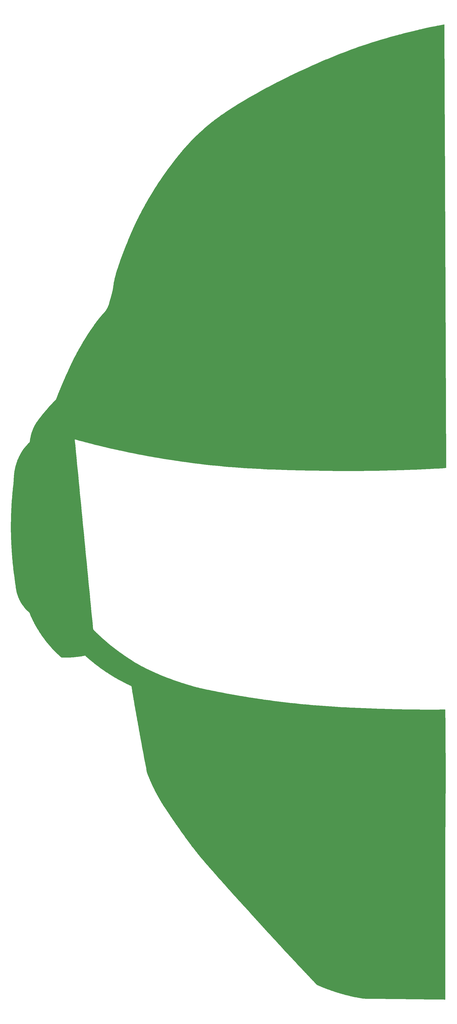
<source format=gbr>
%TF.GenerationSoftware,KiCad,Pcbnew,(6.0.2)*%
%TF.CreationDate,2022-04-02T19:10:38-07:00*%
%TF.ProjectId,DaftPunkTopLayerLeftBoard,44616674-5075-46e6-9b54-6f704c617965,rev?*%
%TF.SameCoordinates,Original*%
%TF.FileFunction,Copper,L1,Top*%
%TF.FilePolarity,Positive*%
%FSLAX46Y46*%
G04 Gerber Fmt 4.6, Leading zero omitted, Abs format (unit mm)*
G04 Created by KiCad (PCBNEW (6.0.2)) date 2022-04-02 19:10:38*
%MOMM*%
%LPD*%
G01*
G04 APERTURE LIST*
G04 APERTURE END LIST*
%TA.AperFunction,NonConductor*%
G36*
X242822258Y-43255933D02*
G01*
X242877952Y-43299963D01*
X242901127Y-43372263D01*
X242922023Y-48418719D01*
X242944145Y-53761004D01*
X242966082Y-59058794D01*
X242988131Y-64383534D01*
X243010180Y-69708273D01*
X243032228Y-75033013D01*
X243054277Y-80357752D01*
X243076326Y-85682492D01*
X243098374Y-91007232D01*
X243120423Y-96331971D01*
X243142471Y-101656711D01*
X243164519Y-106981450D01*
X243186568Y-112306190D01*
X243208616Y-117630929D01*
X243230673Y-122957740D01*
X243252713Y-128280409D01*
X243274761Y-133605148D01*
X243296809Y-138929888D01*
X243318985Y-144285418D01*
X243340906Y-149579367D01*
X243362954Y-154904106D01*
X243385002Y-160228846D01*
X243407179Y-165584433D01*
X243429099Y-170878325D01*
X243451148Y-176203065D01*
X243473197Y-181527804D01*
X243495245Y-186852544D01*
X243517337Y-192187678D01*
X243539343Y-197502023D01*
X243561472Y-202846056D01*
X243583457Y-208155258D01*
X243604319Y-213193087D01*
X243604672Y-213278353D01*
X243584952Y-213346556D01*
X243531489Y-213393271D01*
X243486221Y-213404649D01*
X242635551Y-213455701D01*
X241913088Y-213499059D01*
X240144193Y-213600071D01*
X239211821Y-213650627D01*
X238391835Y-213695088D01*
X238391477Y-213695107D01*
X236656490Y-213784232D01*
X236656135Y-213784250D01*
X234938514Y-213867628D01*
X234938163Y-213867644D01*
X233238346Y-213945401D01*
X233237998Y-213945417D01*
X231555182Y-214017736D01*
X231554837Y-214017750D01*
X230462538Y-214061697D01*
X229890213Y-214084723D01*
X229889994Y-214084731D01*
X229637850Y-214094191D01*
X228243576Y-214146502D01*
X228243238Y-214146515D01*
X226614496Y-214203249D01*
X225791888Y-214229716D01*
X225003889Y-214255069D01*
X225003558Y-214255079D01*
X223985193Y-214285167D01*
X223411663Y-214302112D01*
X222835028Y-214317648D01*
X221838939Y-214344485D01*
X221838615Y-214344494D01*
X220284481Y-214382370D01*
X219355958Y-214402637D01*
X218748957Y-214415886D01*
X218748640Y-214415893D01*
X217232425Y-214445172D01*
X217232112Y-214445177D01*
X215736262Y-214470345D01*
X215735952Y-214470350D01*
X214541256Y-214487516D01*
X214258930Y-214491573D01*
X214258713Y-214491575D01*
X214073115Y-214493792D01*
X212801422Y-214508977D01*
X212801121Y-214508980D01*
X211364130Y-214522696D01*
X211363831Y-214522699D01*
X209946641Y-214532871D01*
X209946347Y-214532873D01*
X208549314Y-214539637D01*
X208549024Y-214539638D01*
X207172442Y-214543133D01*
X207172155Y-214543133D01*
X206446286Y-214543325D01*
X205816276Y-214543492D01*
X205404415Y-214542679D01*
X204480923Y-214540855D01*
X204480645Y-214540854D01*
X203166349Y-214535358D01*
X203166075Y-214535356D01*
X202357066Y-214530215D01*
X201872923Y-214527138D01*
X201386967Y-214523010D01*
X200601466Y-214516338D01*
X200601201Y-214516336D01*
X199350408Y-214503082D01*
X198121644Y-214487520D01*
X198121389Y-214487516D01*
X196914681Y-214469786D01*
X196914430Y-214469782D01*
X195729635Y-214450016D01*
X195729492Y-214450014D01*
X195729488Y-214450014D01*
X195647564Y-214448551D01*
X193927479Y-214417837D01*
X193927402Y-214417836D01*
X192127367Y-214384583D01*
X192127368Y-214384555D01*
X192127245Y-214384581D01*
X191060850Y-214363833D01*
X190324377Y-214349504D01*
X190324208Y-214349501D01*
X188518617Y-214311946D01*
X188518402Y-214311941D01*
X187925709Y-214298604D01*
X186710572Y-214271261D01*
X184897786Y-214226743D01*
X184174510Y-214207244D01*
X183079793Y-214177730D01*
X183079448Y-214177720D01*
X182111171Y-214148959D01*
X181255259Y-214123536D01*
X179423641Y-214063498D01*
X178830503Y-214042040D01*
X177583638Y-213996932D01*
X177583171Y-213996914D01*
X177134257Y-213979007D01*
X175734038Y-213923153D01*
X175733893Y-213923147D01*
X173874262Y-213841502D01*
X173874158Y-213841497D01*
X172003132Y-213751296D01*
X172002731Y-213751276D01*
X171375461Y-213718160D01*
X170119648Y-213651861D01*
X170119040Y-213651827D01*
X168222831Y-213542522D01*
X168222191Y-213542484D01*
X166311260Y-213422578D01*
X166310592Y-213422534D01*
X165229117Y-213348897D01*
X164384471Y-213291385D01*
X164384076Y-213291357D01*
X163016182Y-213190603D01*
X162441450Y-213148270D01*
X162440729Y-213148214D01*
X160480989Y-212992541D01*
X160480243Y-212992480D01*
X158501914Y-212823509D01*
X158501148Y-212823441D01*
X157891120Y-212767582D01*
X156503381Y-212640509D01*
X156502838Y-212640458D01*
X154484689Y-212442895D01*
X154483891Y-212442814D01*
X154234090Y-212416742D01*
X152444370Y-212229947D01*
X152443725Y-212229878D01*
X150381465Y-212000991D01*
X150380932Y-212000931D01*
X148601877Y-211791481D01*
X148295368Y-211755396D01*
X148294523Y-211755293D01*
X146184910Y-211492469D01*
X146184055Y-211492360D01*
X144048703Y-211211488D01*
X144047840Y-211211371D01*
X141886096Y-210911819D01*
X141885227Y-210911696D01*
X141036930Y-210788118D01*
X139695834Y-210592750D01*
X139695085Y-210592638D01*
X138728633Y-210444922D01*
X137477210Y-210253648D01*
X137476333Y-210253510D01*
X135229407Y-209893870D01*
X135228529Y-209893727D01*
X132950272Y-209512555D01*
X132949594Y-209512439D01*
X131699063Y-209296192D01*
X131698587Y-209296109D01*
X130926497Y-209159543D01*
X130462078Y-209077398D01*
X130461746Y-209077339D01*
X129853052Y-208967294D01*
X129240629Y-208856575D01*
X129240166Y-208856490D01*
X128562881Y-208731429D01*
X128034287Y-208633823D01*
X128033985Y-208633767D01*
X126843093Y-208409317D01*
X126842642Y-208409231D01*
X125667512Y-208183315D01*
X125667067Y-208183229D01*
X124507705Y-207956017D01*
X124507267Y-207955930D01*
X124207384Y-207896053D01*
X123364061Y-207727669D01*
X122236544Y-207498433D01*
X122236224Y-207498367D01*
X121125144Y-207268474D01*
X121124724Y-207268387D01*
X121074873Y-207257895D01*
X120922288Y-207225781D01*
X120030787Y-207038152D01*
X120030373Y-207038064D01*
X118953058Y-206807548D01*
X118952650Y-206807460D01*
X117891874Y-206576805D01*
X117891472Y-206576717D01*
X117747349Y-206544886D01*
X116847914Y-206346236D01*
X116036395Y-206164264D01*
X115821783Y-206116140D01*
X115821394Y-206116052D01*
X115269690Y-205990504D01*
X114812705Y-205886511D01*
X114812527Y-205886470D01*
X113821272Y-205657639D01*
X112847792Y-205429760D01*
X112847422Y-205429672D01*
X111892922Y-205203192D01*
X111892557Y-205203105D01*
X111779729Y-205175979D01*
X110955487Y-204977815D01*
X110037607Y-204754301D01*
X110037256Y-204754215D01*
X109137581Y-204532397D01*
X109137236Y-204532311D01*
X108478942Y-204368037D01*
X108256932Y-204312635D01*
X108256621Y-204312557D01*
X107395345Y-204095099D01*
X107395014Y-204095015D01*
X106552680Y-203879909D01*
X106552356Y-203879826D01*
X105729478Y-203667360D01*
X105729161Y-203667278D01*
X105667078Y-203651076D01*
X104925737Y-203457607D01*
X104925487Y-203457542D01*
X104875249Y-203444295D01*
X104741617Y-203409059D01*
X104142106Y-203250979D01*
X104141805Y-203250899D01*
X103378258Y-203047544D01*
X103377964Y-203047465D01*
X103353031Y-203040760D01*
X102635090Y-202847696D01*
X101912215Y-202651489D01*
X101238714Y-202467040D01*
X101234715Y-202465352D01*
X101221628Y-202462067D01*
X101206010Y-202452883D01*
X101179282Y-202455478D01*
X101173029Y-202455928D01*
X101169397Y-202456099D01*
X101163116Y-202456393D01*
X101163115Y-202456393D01*
X101146194Y-202457187D01*
X101144057Y-202458898D01*
X101141330Y-202459163D01*
X101128395Y-202470626D01*
X101128394Y-202470626D01*
X101121236Y-202476969D01*
X101116423Y-202481024D01*
X101095467Y-202497803D01*
X101094743Y-202500445D01*
X101092694Y-202502261D01*
X101088965Y-202519142D01*
X101088965Y-202519143D01*
X101086902Y-202528484D01*
X101085397Y-202534571D01*
X101078302Y-202560479D01*
X101083667Y-202574688D01*
X101083814Y-202582707D01*
X101086704Y-202595113D01*
X101111313Y-202848589D01*
X101305816Y-204851988D01*
X101305817Y-204851991D01*
X101526302Y-207122995D01*
X101526303Y-207122998D01*
X101746788Y-209394001D01*
X101746789Y-209394004D01*
X101967274Y-211665008D01*
X101967275Y-211665011D01*
X102187760Y-213936014D01*
X102187761Y-213936017D01*
X102408246Y-216207021D01*
X102408247Y-216207024D01*
X102628731Y-218478028D01*
X102628732Y-218478031D01*
X102849217Y-220749034D01*
X102849218Y-220749037D01*
X103069703Y-223020041D01*
X103069704Y-223020044D01*
X103290189Y-225291048D01*
X103290190Y-225291051D01*
X103510675Y-227562054D01*
X103510676Y-227562057D01*
X103731161Y-229833061D01*
X103731162Y-229833064D01*
X103951647Y-232104068D01*
X103951648Y-232104071D01*
X104172133Y-234375075D01*
X104172134Y-234375078D01*
X104392619Y-236646082D01*
X104392620Y-236646085D01*
X104613105Y-238917088D01*
X104613106Y-238917091D01*
X104833591Y-241188095D01*
X104833592Y-241188098D01*
X105054077Y-243459102D01*
X105054078Y-243459105D01*
X105274563Y-245730109D01*
X105274564Y-245730112D01*
X105495049Y-248001116D01*
X105495050Y-248001119D01*
X105715535Y-250272123D01*
X105715536Y-250272126D01*
X105936022Y-252543130D01*
X105936023Y-252543133D01*
X106156508Y-254814137D01*
X106156509Y-254814140D01*
X106376994Y-257085144D01*
X106376995Y-257085147D01*
X106597480Y-259356152D01*
X106597481Y-259356155D01*
X106817967Y-261627159D01*
X106817968Y-261627162D01*
X107038453Y-263898166D01*
X107038454Y-263898169D01*
X107258940Y-266169174D01*
X107258941Y-266169177D01*
X107479426Y-268440181D01*
X107479427Y-268440184D01*
X107699913Y-270711188D01*
X107699914Y-270711191D01*
X107915463Y-272931339D01*
X107920400Y-272982193D01*
X107920401Y-272982199D01*
X108136500Y-275208021D01*
X108136369Y-275211956D01*
X108137790Y-275221309D01*
X108138093Y-275224425D01*
X108134937Y-275243576D01*
X108143886Y-275261415D01*
X108143886Y-275261416D01*
X108146766Y-275267157D01*
X108149650Y-275273316D01*
X108152221Y-275279215D01*
X108160194Y-275297511D01*
X108176928Y-275307350D01*
X108179109Y-275309558D01*
X108185393Y-275316650D01*
X108188505Y-275319072D01*
X108337623Y-275470066D01*
X108337623Y-275470067D01*
X108334762Y-275472893D01*
X108334891Y-275472994D01*
X108337694Y-275470208D01*
X108348311Y-275480890D01*
X108348597Y-275481178D01*
X108359766Y-275492488D01*
X108356948Y-275495270D01*
X108357052Y-275495406D01*
X108359912Y-275492563D01*
X108521309Y-275654960D01*
X108518329Y-275657922D01*
X108518464Y-275658025D01*
X108521383Y-275655105D01*
X108521383Y-275655106D01*
X108532490Y-275666211D01*
X108543523Y-275677312D01*
X108540746Y-275680072D01*
X108540849Y-275680207D01*
X108543668Y-275677387D01*
X108707602Y-275841285D01*
X108704662Y-275844225D01*
X108704800Y-275844329D01*
X108707678Y-275841432D01*
X108718755Y-275852437D01*
X108729885Y-275863564D01*
X108727084Y-275866365D01*
X108727190Y-275866502D01*
X108730033Y-275863639D01*
X108896504Y-276029004D01*
X108893638Y-276031890D01*
X108893775Y-276031993D01*
X108896580Y-276029151D01*
X108907542Y-276039969D01*
X108907837Y-276040261D01*
X108918859Y-276051210D01*
X108916092Y-276053996D01*
X108916198Y-276054132D01*
X108919008Y-276051285D01*
X109088021Y-276218082D01*
X109085054Y-276221088D01*
X109085195Y-276221193D01*
X109088099Y-276218231D01*
X109099199Y-276229114D01*
X109099491Y-276229402D01*
X109110447Y-276240214D01*
X109107681Y-276243017D01*
X109107789Y-276243155D01*
X109110598Y-276240289D01*
X109282155Y-276408484D01*
X109279210Y-276411488D01*
X109279357Y-276411595D01*
X109282237Y-276408638D01*
X109293364Y-276419475D01*
X109293660Y-276419764D01*
X109304651Y-276430539D01*
X109301917Y-276433327D01*
X109302028Y-276433468D01*
X109304805Y-276430617D01*
X109478912Y-276600176D01*
X109476119Y-276603044D01*
X109476264Y-276603152D01*
X109478994Y-276600330D01*
X109478994Y-276600331D01*
X109490414Y-276611378D01*
X109490562Y-276611522D01*
X109501483Y-276622158D01*
X109498731Y-276624984D01*
X109498840Y-276625121D01*
X109501635Y-276622232D01*
X109678300Y-276793128D01*
X109675407Y-276796119D01*
X109675550Y-276796224D01*
X109678380Y-276793278D01*
X109678381Y-276793280D01*
X109689562Y-276804022D01*
X109700940Y-276815029D01*
X109698210Y-276817851D01*
X109698324Y-276817993D01*
X109701098Y-276815106D01*
X109880314Y-276987295D01*
X109877383Y-276990346D01*
X109877529Y-276990449D01*
X109880394Y-276987446D01*
X109880398Y-276987450D01*
X109891684Y-276998219D01*
X109891825Y-276998354D01*
X109903032Y-277009123D01*
X109900324Y-277011942D01*
X109900435Y-277012080D01*
X109903187Y-277009196D01*
X110084966Y-277182651D01*
X110082164Y-277185588D01*
X110082312Y-277185695D01*
X110085050Y-277182806D01*
X110096342Y-277193506D01*
X110096664Y-277193813D01*
X110107756Y-277204398D01*
X110105040Y-277207245D01*
X110105154Y-277207386D01*
X110107915Y-277204473D01*
X110292254Y-277379157D01*
X110289386Y-277382183D01*
X110289539Y-277382292D01*
X110292341Y-277379315D01*
X110303800Y-277390098D01*
X110304120Y-277390401D01*
X110315118Y-277400823D01*
X110312430Y-277403660D01*
X110312546Y-277403802D01*
X110315278Y-277400899D01*
X110502189Y-277576779D01*
X110499326Y-277579821D01*
X110499482Y-277579932D01*
X110502278Y-277576940D01*
X110513772Y-277587679D01*
X110514101Y-277587988D01*
X110525126Y-277598363D01*
X110522428Y-277601230D01*
X110522547Y-277601375D01*
X110525289Y-277598440D01*
X110714773Y-277775488D01*
X110711981Y-277778476D01*
X110712131Y-277778582D01*
X110714857Y-277775643D01*
X110725926Y-277785911D01*
X110726224Y-277786187D01*
X110734673Y-277794082D01*
X110737786Y-277796991D01*
X110735107Y-277799858D01*
X110735226Y-277800002D01*
X110737950Y-277797066D01*
X110930006Y-277975239D01*
X110927221Y-277978241D01*
X110927377Y-277978352D01*
X110930096Y-277975400D01*
X110941606Y-277986001D01*
X110953092Y-277996657D01*
X110950444Y-277999510D01*
X110950567Y-277999658D01*
X110953259Y-277996735D01*
X111147896Y-278176004D01*
X111145173Y-278178960D01*
X111145333Y-278179072D01*
X111147989Y-278176167D01*
X111159388Y-278186590D01*
X111159723Y-278186898D01*
X111171058Y-278197338D01*
X111168409Y-278200215D01*
X111168532Y-278200362D01*
X111171227Y-278197415D01*
X111368448Y-278377749D01*
X111365644Y-278380816D01*
X111365808Y-278380928D01*
X111368544Y-278377914D01*
X111379948Y-278388266D01*
X111380282Y-278388570D01*
X111391683Y-278398994D01*
X111389056Y-278401867D01*
X111389185Y-278402019D01*
X111391857Y-278399075D01*
X111591664Y-278580436D01*
X111588900Y-278583481D01*
X111589061Y-278583590D01*
X111591757Y-278580598D01*
X111603143Y-278590856D01*
X111603492Y-278591172D01*
X111614979Y-278601599D01*
X111612341Y-278604506D01*
X111612468Y-278604655D01*
X111615152Y-278601676D01*
X111817549Y-278784029D01*
X111814806Y-278787074D01*
X111814972Y-278787187D01*
X111817646Y-278784196D01*
X111829159Y-278794492D01*
X111829504Y-278794801D01*
X111840941Y-278805105D01*
X111838317Y-278808018D01*
X111838446Y-278808168D01*
X111841115Y-278805183D01*
X112046108Y-278988500D01*
X112043305Y-278991635D01*
X112043468Y-278991744D01*
X112046202Y-278988663D01*
X112046205Y-278988665D01*
X112046205Y-278988666D01*
X112057917Y-278999061D01*
X112069576Y-279009487D01*
X112069577Y-279009488D01*
X112069580Y-279009490D01*
X112066960Y-279012420D01*
X112067087Y-279012567D01*
X112069752Y-279009564D01*
X112277344Y-279193810D01*
X112274587Y-279196916D01*
X112274754Y-279197027D01*
X112277442Y-279193976D01*
X112288981Y-279204139D01*
X112289343Y-279204459D01*
X112300889Y-279214707D01*
X112298302Y-279217622D01*
X112298435Y-279217775D01*
X112301068Y-279214786D01*
X112511260Y-279399923D01*
X112508567Y-279402981D01*
X112508735Y-279403092D01*
X112511359Y-279400089D01*
X112511361Y-279400090D01*
X112511361Y-279400091D01*
X112523204Y-279410442D01*
X112534885Y-279420731D01*
X112534886Y-279420732D01*
X112534888Y-279420733D01*
X112532300Y-279423671D01*
X112532431Y-279423819D01*
X112535063Y-279420808D01*
X112747865Y-279606808D01*
X112745085Y-279609988D01*
X112745259Y-279610100D01*
X112747967Y-279606978D01*
X112759575Y-279617046D01*
X112759936Y-279617360D01*
X112771564Y-279627523D01*
X112768993Y-279630464D01*
X112769131Y-279630620D01*
X112771748Y-279627602D01*
X112987158Y-279814425D01*
X112984422Y-279817579D01*
X112984594Y-279817690D01*
X112987259Y-279814593D01*
X112987262Y-279814596D01*
X112999227Y-279824892D01*
X112999360Y-279825007D01*
X113010941Y-279835052D01*
X113008394Y-279837989D01*
X113008528Y-279838139D01*
X113011120Y-279835127D01*
X113229146Y-280022745D01*
X113226535Y-280025779D01*
X113226712Y-280025895D01*
X113229253Y-280022919D01*
X113241028Y-280032972D01*
X113241402Y-280033292D01*
X113253004Y-280043276D01*
X113250475Y-280046215D01*
X113250613Y-280046370D01*
X113253188Y-280043354D01*
X113473833Y-280231732D01*
X113471181Y-280234838D01*
X113471358Y-280234952D01*
X113473939Y-280231904D01*
X113485582Y-280241765D01*
X113485964Y-280242090D01*
X113497770Y-280252170D01*
X113495244Y-280255128D01*
X113495384Y-280255283D01*
X113497956Y-280252246D01*
X113721223Y-280441350D01*
X113718612Y-280444433D01*
X113718794Y-280444548D01*
X113721334Y-280441525D01*
X113732512Y-280450918D01*
X113733079Y-280451394D01*
X113733452Y-280451709D01*
X113745236Y-280461689D01*
X113742723Y-280464657D01*
X113742866Y-280464815D01*
X113745426Y-280461768D01*
X113971320Y-280651563D01*
X113968635Y-280654759D01*
X113968814Y-280654871D01*
X113971427Y-280651736D01*
X113983305Y-280661635D01*
X113983694Y-280661960D01*
X113995417Y-280671810D01*
X113992903Y-280674802D01*
X113993045Y-280674955D01*
X113995604Y-280671885D01*
X114224128Y-280862341D01*
X114221504Y-280865490D01*
X114221686Y-280865604D01*
X114224239Y-280862515D01*
X114236013Y-280872248D01*
X114236399Y-280872569D01*
X114248301Y-280882488D01*
X114245796Y-280885494D01*
X114245943Y-280885653D01*
X114248495Y-280882565D01*
X114479650Y-281073643D01*
X114477067Y-281076768D01*
X114477250Y-281076882D01*
X114479761Y-281073819D01*
X114491781Y-281083672D01*
X114492187Y-281084006D01*
X114503908Y-281093696D01*
X114501427Y-281096697D01*
X114501572Y-281096852D01*
X114504098Y-281093770D01*
X114737895Y-281285440D01*
X114735359Y-281288534D01*
X114735545Y-281288649D01*
X114738010Y-281285617D01*
X114750083Y-281295433D01*
X114750477Y-281295755D01*
X114762229Y-281305389D01*
X114759766Y-281308393D01*
X114759915Y-281308552D01*
X114762424Y-281305466D01*
X114998861Y-281497694D01*
X114996291Y-281500855D01*
X114996480Y-281500969D01*
X114998978Y-281497871D01*
X115011108Y-281507651D01*
X115011349Y-281507846D01*
X115023277Y-281517544D01*
X115020817Y-281520569D01*
X115020967Y-281520726D01*
X115023472Y-281517619D01*
X115262703Y-281710490D01*
X115260209Y-281713583D01*
X115260562Y-281713793D01*
X115262921Y-281710819D01*
X115262923Y-281710821D01*
X115274758Y-281720211D01*
X115275257Y-281720610D01*
X115287053Y-281730121D01*
X115287054Y-281730121D01*
X115287056Y-281730123D01*
X115284726Y-281733013D01*
X115285009Y-281733309D01*
X115287426Y-281730263D01*
X115445095Y-281855369D01*
X115442565Y-281858558D01*
X115442813Y-281858703D01*
X115445250Y-281855599D01*
X115457403Y-281865138D01*
X115457922Y-281865548D01*
X115469695Y-281874889D01*
X115467315Y-281877888D01*
X115467512Y-281878091D01*
X115469950Y-281874985D01*
X115664796Y-282027912D01*
X115662300Y-282031092D01*
X115662518Y-282031219D01*
X115664932Y-282028113D01*
X115676946Y-282037451D01*
X115677417Y-282037818D01*
X115689522Y-282047319D01*
X115687129Y-282050367D01*
X115687306Y-282050547D01*
X115689750Y-282047403D01*
X115962829Y-282259661D01*
X115960360Y-282262837D01*
X115960531Y-282262936D01*
X115962936Y-282259818D01*
X115962937Y-282259819D01*
X115975417Y-282269446D01*
X115987690Y-282278985D01*
X115985294Y-282282068D01*
X115985432Y-282282206D01*
X115987867Y-282279049D01*
X116139632Y-282396113D01*
X116137027Y-282399490D01*
X116137150Y-282399559D01*
X116139708Y-282396224D01*
X116139709Y-282396225D01*
X116152155Y-282405773D01*
X116164606Y-282415377D01*
X116162213Y-282418479D01*
X116162312Y-282418579D01*
X116164733Y-282415423D01*
X116333983Y-282545262D01*
X116331441Y-282548575D01*
X116331569Y-282548648D01*
X116334063Y-282545378D01*
X116346615Y-282554952D01*
X116359004Y-282564457D01*
X116359005Y-282564457D01*
X116359006Y-282564458D01*
X116356605Y-282567587D01*
X116356707Y-282567689D01*
X116359136Y-282564504D01*
X116545244Y-282706469D01*
X116542786Y-282709692D01*
X116542915Y-282709766D01*
X116545326Y-282706587D01*
X116557679Y-282715954D01*
X116557970Y-282716176D01*
X116570313Y-282725592D01*
X116567930Y-282728715D01*
X116568038Y-282728822D01*
X116570451Y-282725640D01*
X116772739Y-282879037D01*
X116770214Y-282882367D01*
X116770350Y-282882444D01*
X116772825Y-282879160D01*
X116772826Y-282879161D01*
X116785291Y-282888555D01*
X116797858Y-282898085D01*
X116795471Y-282901233D01*
X116795584Y-282901344D01*
X116798002Y-282898135D01*
X117015798Y-283062278D01*
X117013304Y-283065587D01*
X117013448Y-283065667D01*
X117015889Y-283062407D01*
X117028304Y-283071704D01*
X117028612Y-283071936D01*
X117040968Y-283081248D01*
X117038591Y-283084403D01*
X117038708Y-283084517D01*
X117041118Y-283081299D01*
X117273745Y-283255500D01*
X117271217Y-283258876D01*
X117271368Y-283258958D01*
X117273841Y-283255634D01*
X117286305Y-283264906D01*
X117286522Y-283265069D01*
X117298967Y-283274388D01*
X117296608Y-283277538D01*
X117296731Y-283277657D01*
X117299123Y-283274441D01*
X117545906Y-283458010D01*
X117543455Y-283461305D01*
X117543613Y-283461391D01*
X117546007Y-283458150D01*
X117558398Y-283467303D01*
X117558735Y-283467553D01*
X117571184Y-283476813D01*
X117568846Y-283479956D01*
X117568974Y-283480080D01*
X117571347Y-283476868D01*
X117831610Y-283669116D01*
X117829207Y-283672369D01*
X117829371Y-283672458D01*
X117831715Y-283669262D01*
X117844118Y-283678358D01*
X117844463Y-283678611D01*
X117856946Y-283687831D01*
X117854607Y-283690998D01*
X117854739Y-283691126D01*
X117857114Y-283687887D01*
X118130184Y-283888131D01*
X118127760Y-283891436D01*
X118127929Y-283891528D01*
X118130292Y-283888281D01*
X118142702Y-283897312D01*
X118143046Y-283897563D01*
X118154713Y-283906118D01*
X118155576Y-283906751D01*
X118153259Y-283909911D01*
X118153401Y-283910047D01*
X118155756Y-283906811D01*
X118440949Y-284114356D01*
X118438581Y-284117609D01*
X118438761Y-284117707D01*
X118441066Y-284114515D01*
X118445351Y-284117609D01*
X118453440Y-284123449D01*
X118453822Y-284123725D01*
X118466404Y-284132881D01*
X118464107Y-284136038D01*
X118464253Y-284136176D01*
X118466588Y-284132941D01*
X118763240Y-284347108D01*
X118760862Y-284350402D01*
X118761045Y-284350500D01*
X118763358Y-284347269D01*
X118763359Y-284347270D01*
X118775928Y-284356269D01*
X118788755Y-284365529D01*
X118788756Y-284365529D01*
X118788757Y-284365530D01*
X118786474Y-284368693D01*
X118786627Y-284368837D01*
X118788951Y-284365592D01*
X119096373Y-284585686D01*
X119093941Y-284589083D01*
X119094138Y-284589185D01*
X119096500Y-284585857D01*
X119096501Y-284585858D01*
X119109363Y-284594985D01*
X119121958Y-284604003D01*
X119121959Y-284604003D01*
X119119700Y-284607158D01*
X119119860Y-284607307D01*
X119122159Y-284604067D01*
X119439688Y-284829408D01*
X119437322Y-284832743D01*
X119437525Y-284832849D01*
X119439820Y-284829585D01*
X119439821Y-284829586D01*
X119452398Y-284838430D01*
X119452717Y-284838655D01*
X119465338Y-284847612D01*
X119463098Y-284850768D01*
X119463267Y-284850924D01*
X119465550Y-284847678D01*
X119792503Y-285077578D01*
X119790245Y-285080789D01*
X119790456Y-285080899D01*
X119792641Y-285077760D01*
X119792643Y-285077762D01*
X119805332Y-285086598D01*
X119818222Y-285095662D01*
X119818223Y-285095662D01*
X119818224Y-285095663D01*
X119816000Y-285098826D01*
X119816178Y-285098990D01*
X119818447Y-285095731D01*
X120154145Y-285329503D01*
X120151815Y-285332849D01*
X120152047Y-285332966D01*
X120154298Y-285329700D01*
X120166937Y-285338413D01*
X120167420Y-285338748D01*
X120179935Y-285347462D01*
X120177733Y-285350625D01*
X120177924Y-285350798D01*
X120180173Y-285347535D01*
X120523946Y-285584493D01*
X120521657Y-285587814D01*
X120521897Y-285587935D01*
X120524105Y-285584697D01*
X120536818Y-285593366D01*
X120537213Y-285593637D01*
X120549815Y-285602324D01*
X120547630Y-285605494D01*
X120547828Y-285605672D01*
X120550061Y-285602397D01*
X120901232Y-285841860D01*
X120898957Y-285845197D01*
X120899210Y-285845323D01*
X120901400Y-285842075D01*
X120913960Y-285850543D01*
X120914509Y-285850914D01*
X120921389Y-285855605D01*
X120927177Y-285859552D01*
X120925011Y-285862728D01*
X120925223Y-285862916D01*
X120927439Y-285859629D01*
X121285327Y-286100910D01*
X121283116Y-286104189D01*
X121283383Y-286104320D01*
X121285505Y-286101134D01*
X121298293Y-286109652D01*
X121298552Y-286109826D01*
X121311354Y-286118457D01*
X121309224Y-286121616D01*
X121309447Y-286121812D01*
X121311629Y-286118536D01*
X121675564Y-286360952D01*
X121673316Y-286364327D01*
X121673598Y-286364464D01*
X121675753Y-286361188D01*
X121688533Y-286369594D01*
X121688981Y-286369891D01*
X121701675Y-286378345D01*
X121699569Y-286381506D01*
X121699805Y-286381711D01*
X121701965Y-286378427D01*
X122071268Y-286621298D01*
X122069081Y-286624623D01*
X122069379Y-286624764D01*
X122071468Y-286621545D01*
X122084116Y-286629751D01*
X122084770Y-286630178D01*
X122097467Y-286638528D01*
X122095382Y-286641699D01*
X122095633Y-286641914D01*
X122097775Y-286638612D01*
X122471766Y-286881253D01*
X122469611Y-286884574D01*
X122469929Y-286884723D01*
X122471981Y-286881513D01*
X122484664Y-286889624D01*
X122485273Y-286890016D01*
X122498056Y-286898310D01*
X122496002Y-286901476D01*
X122496268Y-286901702D01*
X122498382Y-286898397D01*
X122876392Y-287140131D01*
X122874257Y-287143469D01*
X122874589Y-287143622D01*
X122876617Y-287140402D01*
X122889307Y-287148393D01*
X122889958Y-287148806D01*
X122902776Y-287157003D01*
X122902778Y-287157004D01*
X122900757Y-287160164D01*
X122901040Y-287160401D01*
X122903123Y-287157093D01*
X123284468Y-287397235D01*
X123282371Y-287400566D01*
X123282729Y-287400727D01*
X123284713Y-287397525D01*
X123297450Y-287405415D01*
X123298239Y-287405908D01*
X123310951Y-287413913D01*
X123308969Y-287417061D01*
X123309271Y-287417311D01*
X123311318Y-287414006D01*
X123695644Y-287652077D01*
X123693714Y-287655192D01*
X123694449Y-287655512D01*
X123696155Y-287652662D01*
X123708298Y-287659932D01*
X123709929Y-287660925D01*
X123721915Y-287668350D01*
X123720156Y-287671189D01*
X123720775Y-287671692D01*
X123722666Y-287668534D01*
X124735823Y-288275132D01*
X124734062Y-288278074D01*
X124735096Y-288278504D01*
X124736558Y-288275939D01*
X124736559Y-288275940D01*
X124748230Y-288282592D01*
X124750475Y-288283904D01*
X124762058Y-288290839D01*
X124762059Y-288290839D01*
X124760505Y-288293434D01*
X124761390Y-288294133D01*
X124763128Y-288291084D01*
X125795146Y-288879324D01*
X125793416Y-288882360D01*
X125794388Y-288882740D01*
X125795845Y-288880062D01*
X125807770Y-288886549D01*
X125809952Y-288887764D01*
X125821781Y-288894506D01*
X125820245Y-288897201D01*
X125821081Y-288897832D01*
X125822778Y-288894712D01*
X126869947Y-289464319D01*
X126868251Y-289467437D01*
X126869166Y-289467774D01*
X126870612Y-289464994D01*
X126882789Y-289471329D01*
X126884843Y-289472422D01*
X126896938Y-289479001D01*
X126895423Y-289481786D01*
X126896215Y-289482359D01*
X126897871Y-289479175D01*
X127956825Y-290030082D01*
X127955152Y-290033297D01*
X127956009Y-290033595D01*
X127957453Y-290030700D01*
X127969866Y-290036889D01*
X127971792Y-290037870D01*
X127984141Y-290044294D01*
X127982647Y-290047166D01*
X127983394Y-290047685D01*
X127985012Y-290044439D01*
X129052374Y-290576580D01*
X129050747Y-290579844D01*
X129051554Y-290580109D01*
X129052972Y-290577148D01*
X129065591Y-290583189D01*
X129067398Y-290584071D01*
X129079984Y-290590345D01*
X129078512Y-290593298D01*
X129079217Y-290593771D01*
X129080799Y-290590467D01*
X130153199Y-291103779D01*
X130151603Y-291107114D01*
X130152361Y-291107350D01*
X130153765Y-291104301D01*
X130166613Y-291110216D01*
X130168308Y-291111011D01*
X130181072Y-291117120D01*
X130179631Y-291120132D01*
X130180300Y-291120566D01*
X130181839Y-291117224D01*
X131255893Y-291611637D01*
X131254350Y-291614989D01*
X131255064Y-291615202D01*
X131256431Y-291612119D01*
X131269452Y-291617893D01*
X131271034Y-291618608D01*
X131284008Y-291624580D01*
X131282591Y-291627657D01*
X131283226Y-291628056D01*
X131284729Y-291624666D01*
X132357054Y-292100119D01*
X132355547Y-292103518D01*
X132356217Y-292103708D01*
X132357562Y-292100564D01*
X132370789Y-292106221D01*
X132372256Y-292106859D01*
X132385392Y-292112683D01*
X132384001Y-292115821D01*
X132384599Y-292116184D01*
X132386066Y-292112754D01*
X133453280Y-292569183D01*
X133451804Y-292572635D01*
X133452442Y-292572806D01*
X133453768Y-292569597D01*
X133461538Y-292572806D01*
X133467094Y-292575101D01*
X133468531Y-292575706D01*
X133481817Y-292581388D01*
X133480452Y-292584579D01*
X133481020Y-292584914D01*
X133482453Y-292581446D01*
X134541172Y-293018791D01*
X134539719Y-293022309D01*
X134540316Y-293022461D01*
X134541630Y-293019172D01*
X134541631Y-293019173D01*
X134555218Y-293024601D01*
X134556391Y-293025078D01*
X134569895Y-293030656D01*
X134569896Y-293030656D01*
X134568552Y-293033909D01*
X134569087Y-293034215D01*
X134570491Y-293030702D01*
X135617323Y-293448900D01*
X135615903Y-293452454D01*
X135616467Y-293452592D01*
X135617757Y-293449255D01*
X135631337Y-293454507D01*
X135632636Y-293455017D01*
X135646217Y-293460443D01*
X135644902Y-293463735D01*
X135645409Y-293464017D01*
X135646778Y-293460479D01*
X136678331Y-293859468D01*
X136676943Y-293863057D01*
X136677475Y-293863181D01*
X136678743Y-293859799D01*
X136692526Y-293864966D01*
X136693578Y-293865366D01*
X136707377Y-293870703D01*
X136707379Y-293870703D01*
X136707381Y-293870704D01*
X136706088Y-293874047D01*
X136706568Y-293874307D01*
X136707908Y-293870732D01*
X137720792Y-294250453D01*
X137719447Y-294254040D01*
X137719952Y-294254153D01*
X137721186Y-294250761D01*
X137721187Y-294250761D01*
X137721188Y-294250762D01*
X137735126Y-294255831D01*
X137736198Y-294256228D01*
X137749982Y-294261396D01*
X137748713Y-294264780D01*
X137749171Y-294265023D01*
X137750483Y-294261417D01*
X138741300Y-294621810D01*
X138739982Y-294625434D01*
X138740462Y-294625536D01*
X138741676Y-294622099D01*
X138741679Y-294622100D01*
X138755724Y-294627061D01*
X138756669Y-294627400D01*
X138770622Y-294632475D01*
X138770625Y-294632476D01*
X138769379Y-294635900D01*
X138769813Y-294636124D01*
X138771096Y-294632491D01*
X139736457Y-294973499D01*
X139735148Y-294977205D01*
X139735606Y-294977297D01*
X139736817Y-294973770D01*
X139750794Y-294978569D01*
X139751846Y-294978935D01*
X139765898Y-294983899D01*
X139764676Y-294987357D01*
X139765094Y-294987568D01*
X139766350Y-294983910D01*
X140702851Y-295305473D01*
X140701578Y-295309180D01*
X140702017Y-295309265D01*
X140703198Y-295305729D01*
X140717463Y-295310494D01*
X140718455Y-295310830D01*
X140732404Y-295315620D01*
X140731210Y-295319096D01*
X140731609Y-295319293D01*
X140732833Y-295315628D01*
X141637084Y-295617688D01*
X141635825Y-295621457D01*
X141636241Y-295621533D01*
X141637413Y-295617928D01*
X141651705Y-295622576D01*
X141652575Y-295622863D01*
X141666744Y-295627596D01*
X141666745Y-295627596D01*
X141665572Y-295631108D01*
X141665949Y-295631290D01*
X141667150Y-295627599D01*
X142535749Y-295910101D01*
X142534531Y-295913845D01*
X142534929Y-295913917D01*
X142536067Y-295910328D01*
X142550491Y-295914899D01*
X142551282Y-295915154D01*
X142565501Y-295919778D01*
X142564351Y-295923314D01*
X142564715Y-295923487D01*
X142565890Y-295919779D01*
X143395439Y-296182666D01*
X143394245Y-296186433D01*
X143394622Y-296186498D01*
X143395740Y-296182879D01*
X143395741Y-296182879D01*
X143395742Y-296182880D01*
X143410289Y-296187375D01*
X143411023Y-296187605D01*
X143425288Y-296192126D01*
X143424156Y-296195696D01*
X143424498Y-296195855D01*
X143425652Y-296192122D01*
X144212753Y-296435339D01*
X144211568Y-296439175D01*
X144211930Y-296439233D01*
X144213043Y-296435541D01*
X144227451Y-296439885D01*
X144228279Y-296440138D01*
X144242683Y-296444589D01*
X144241574Y-296448178D01*
X144241903Y-296448328D01*
X144243032Y-296444583D01*
X144984286Y-296668076D01*
X144983121Y-296671940D01*
X144983466Y-296671992D01*
X144984563Y-296668265D01*
X144997221Y-296671992D01*
X144999062Y-296672534D01*
X144999695Y-296672722D01*
X145014291Y-296677123D01*
X145013202Y-296680733D01*
X145013521Y-296680876D01*
X145014628Y-296677116D01*
X145706626Y-296880827D01*
X145705498Y-296884657D01*
X145705826Y-296884706D01*
X145706890Y-296881006D01*
X145706893Y-296881007D01*
X145721632Y-296885246D01*
X145722163Y-296885400D01*
X145736707Y-296889682D01*
X145736710Y-296889683D01*
X145735639Y-296893321D01*
X145735939Y-296893453D01*
X145737026Y-296889673D01*
X146376377Y-297073551D01*
X146375283Y-297077355D01*
X146375599Y-297077401D01*
X146376634Y-297073721D01*
X146391252Y-297077831D01*
X146391972Y-297078036D01*
X146401968Y-297080911D01*
X146406490Y-297082211D01*
X146406521Y-297082220D01*
X146405476Y-297085854D01*
X146405771Y-297085982D01*
X146406831Y-297082211D01*
X146990125Y-297246198D01*
X146989046Y-297250036D01*
X146989349Y-297250078D01*
X146990371Y-297246360D01*
X147005182Y-297250433D01*
X147005738Y-297250588D01*
X147020338Y-297254692D01*
X147020339Y-297254692D01*
X147019306Y-297258368D01*
X147019582Y-297258486D01*
X147020629Y-297254680D01*
X147544470Y-297398727D01*
X147543402Y-297402610D01*
X147543694Y-297402647D01*
X147544708Y-297398881D01*
X147559456Y-297402850D01*
X147560117Y-297403030D01*
X147574741Y-297407051D01*
X147573726Y-297410743D01*
X147573995Y-297410856D01*
X147575023Y-297407038D01*
X148036005Y-297531088D01*
X148034943Y-297535034D01*
X148035222Y-297535069D01*
X148036232Y-297531234D01*
X148050860Y-297535088D01*
X148051503Y-297535259D01*
X148066333Y-297539250D01*
X148065335Y-297542958D01*
X148065593Y-297543064D01*
X148066602Y-297539236D01*
X148461325Y-297643239D01*
X148460285Y-297647186D01*
X148460548Y-297647218D01*
X148461539Y-297643377D01*
X148476325Y-297647193D01*
X148476733Y-297647299D01*
X148491705Y-297651244D01*
X148491707Y-297651244D01*
X148490724Y-297654973D01*
X148490971Y-297655073D01*
X148491963Y-297651229D01*
X148817019Y-297735130D01*
X148816005Y-297739058D01*
X148816258Y-297739087D01*
X148817226Y-297735261D01*
X148817228Y-297735262D01*
X148832343Y-297739086D01*
X148847450Y-297742985D01*
X148847452Y-297742985D01*
X148846492Y-297746706D01*
X148846728Y-297746801D01*
X148847697Y-297742970D01*
X149099685Y-297806716D01*
X149098683Y-297810675D01*
X149098934Y-297810703D01*
X149099891Y-297806843D01*
X149114746Y-297810528D01*
X149115311Y-297810669D01*
X149130162Y-297814426D01*
X149129208Y-297818196D01*
X149129438Y-297818287D01*
X149130400Y-297814411D01*
X149305963Y-297857963D01*
X149304992Y-297861876D01*
X149305275Y-297861906D01*
X149306196Y-297858107D01*
X149306198Y-297858108D01*
X149321250Y-297861756D01*
X149321618Y-297861847D01*
X149324734Y-297862620D01*
X149336444Y-297865525D01*
X149335524Y-297869234D01*
X149335785Y-297869335D01*
X149336713Y-297865505D01*
X149476344Y-297899350D01*
X149475591Y-297902458D01*
X149477064Y-297902589D01*
X149477599Y-297900074D01*
X149489962Y-297902704D01*
X149493420Y-297903490D01*
X149505721Y-297906471D01*
X149505089Y-297909078D01*
X149506474Y-297909609D01*
X149507165Y-297906362D01*
X150567003Y-298131762D01*
X150566160Y-298135726D01*
X150566328Y-298135739D01*
X150567144Y-298131842D01*
X150582088Y-298134972D01*
X150582462Y-298135051D01*
X150597823Y-298138317D01*
X150597003Y-298142172D01*
X150597165Y-298142229D01*
X150597988Y-298138300D01*
X151646014Y-298357746D01*
X151645155Y-298361848D01*
X151645322Y-298361859D01*
X151646154Y-298357825D01*
X151660114Y-298360703D01*
X151661138Y-298360914D01*
X151661521Y-298360993D01*
X151676861Y-298364205D01*
X151676052Y-298368069D01*
X151676209Y-298368123D01*
X151677020Y-298364188D01*
X152714349Y-298578023D01*
X152713504Y-298582124D01*
X152713671Y-298582134D01*
X152714489Y-298578102D01*
X152729913Y-298581232D01*
X152730293Y-298581310D01*
X152745220Y-298584387D01*
X152744429Y-298588224D01*
X152744583Y-298588277D01*
X152745376Y-298584370D01*
X153771872Y-298792674D01*
X153771046Y-298796742D01*
X153771209Y-298796752D01*
X153772009Y-298792750D01*
X153787020Y-298795749D01*
X153787390Y-298795823D01*
X153802762Y-298798942D01*
X153801977Y-298802813D01*
X153802130Y-298802865D01*
X153802917Y-298798924D01*
X154818430Y-299001776D01*
X154817632Y-299005773D01*
X154817795Y-299005783D01*
X154818568Y-299001852D01*
X154834051Y-299004897D01*
X154849342Y-299007951D01*
X154848567Y-299011830D01*
X154848719Y-299011881D01*
X154849495Y-299007933D01*
X155853889Y-299205411D01*
X155853105Y-299209397D01*
X155853269Y-299209407D01*
X155854028Y-299205487D01*
X155869313Y-299208445D01*
X155869680Y-299208517D01*
X155884817Y-299211493D01*
X155884057Y-299215356D01*
X155884211Y-299215408D01*
X155884972Y-299211475D01*
X156878104Y-299403659D01*
X156877338Y-299407615D01*
X156877496Y-299407625D01*
X156878237Y-299403732D01*
X156893395Y-299406619D01*
X156893758Y-299406689D01*
X156909050Y-299409648D01*
X156908300Y-299413522D01*
X156908454Y-299413573D01*
X156909205Y-299409629D01*
X157890930Y-299596596D01*
X157890144Y-299600721D01*
X157890301Y-299600728D01*
X157891062Y-299596668D01*
X157906477Y-299599557D01*
X157906840Y-299599626D01*
X157921899Y-299602494D01*
X157921159Y-299606378D01*
X157921307Y-299606427D01*
X157922048Y-299602475D01*
X158892228Y-299784305D01*
X158891452Y-299788443D01*
X158891608Y-299788450D01*
X158892359Y-299784376D01*
X158907853Y-299787234D01*
X158923215Y-299790113D01*
X158922485Y-299794007D01*
X158922632Y-299794055D01*
X158923363Y-299790094D01*
X159881857Y-299966865D01*
X159881091Y-299971021D01*
X159881243Y-299971028D01*
X159881986Y-299966935D01*
X159897450Y-299969741D01*
X159912864Y-299972584D01*
X159912865Y-299972584D01*
X159912149Y-299976468D01*
X159912292Y-299976514D01*
X159913009Y-299972565D01*
X160859674Y-300144356D01*
X160858931Y-300148451D01*
X160859081Y-300148458D01*
X160859801Y-300144424D01*
X160875095Y-300147155D01*
X160875293Y-300147190D01*
X160890698Y-300149986D01*
X160889984Y-300153918D01*
X160890128Y-300153963D01*
X160890842Y-300149966D01*
X161825533Y-300316856D01*
X161824817Y-300320867D01*
X161824969Y-300320873D01*
X161825663Y-300316925D01*
X161840941Y-300319608D01*
X161841286Y-300319669D01*
X161847165Y-300320719D01*
X161856571Y-300322398D01*
X161855882Y-300326254D01*
X161856027Y-300326301D01*
X161856716Y-300322380D01*
X162779299Y-300484447D01*
X162778562Y-300488642D01*
X162778710Y-300488646D01*
X162779424Y-300484513D01*
X162794848Y-300487179D01*
X162795184Y-300487238D01*
X162810357Y-300489903D01*
X162809671Y-300493809D01*
X162809812Y-300493852D01*
X162810498Y-300489883D01*
X163720820Y-300647205D01*
X163720087Y-300651444D01*
X163720239Y-300651448D01*
X163720949Y-300647271D01*
X163736656Y-300649942D01*
X163751898Y-300652576D01*
X163751219Y-300656504D01*
X163751356Y-300656546D01*
X163752034Y-300652556D01*
X164649966Y-300805215D01*
X164649263Y-300809350D01*
X164649408Y-300809354D01*
X164650089Y-300805279D01*
X164665632Y-300807878D01*
X164665973Y-300807936D01*
X164681058Y-300810501D01*
X164680391Y-300814421D01*
X164680529Y-300814463D01*
X164681195Y-300810481D01*
X165566588Y-300958553D01*
X165565909Y-300962613D01*
X165566051Y-300962617D01*
X165566710Y-300958615D01*
X165581751Y-300961090D01*
X165582073Y-300961143D01*
X165597694Y-300963755D01*
X165597045Y-300967634D01*
X165597182Y-300967675D01*
X165597830Y-300963735D01*
X166470544Y-301107298D01*
X166469881Y-301111331D01*
X166470018Y-301111335D01*
X166470662Y-301107358D01*
X166485882Y-301109821D01*
X166486204Y-301109874D01*
X166501665Y-301112417D01*
X166501017Y-301116356D01*
X166501154Y-301116396D01*
X166501801Y-301112396D01*
X167361690Y-301251531D01*
X167361048Y-301255501D01*
X167361184Y-301255505D01*
X167361807Y-301251591D01*
X167377050Y-301254017D01*
X167377370Y-301254068D01*
X167392828Y-301256569D01*
X167392197Y-301260471D01*
X167392330Y-301260510D01*
X167392960Y-301256549D01*
X168239886Y-301391331D01*
X168239251Y-301395323D01*
X168239388Y-301395327D01*
X168240004Y-301391391D01*
X168255329Y-301393790D01*
X168255642Y-301393839D01*
X168271039Y-301396289D01*
X168270419Y-301400187D01*
X168270549Y-301400226D01*
X168271168Y-301396269D01*
X169104992Y-301526780D01*
X169104378Y-301530704D01*
X169104516Y-301530707D01*
X169105112Y-301526839D01*
X169120693Y-301529237D01*
X169136157Y-301531658D01*
X169135547Y-301535552D01*
X169135679Y-301535591D01*
X169136287Y-301531638D01*
X169956863Y-301657954D01*
X169956218Y-301662144D01*
X169956352Y-301662145D01*
X169956978Y-301658012D01*
X169972760Y-301660401D01*
X169972980Y-301660435D01*
X169988046Y-301662754D01*
X169987441Y-301666685D01*
X169987565Y-301666721D01*
X169988169Y-301662734D01*
X170795360Y-301784936D01*
X170794723Y-301789142D01*
X170794854Y-301789143D01*
X170795472Y-301784992D01*
X170810935Y-301787294D01*
X170811243Y-301787341D01*
X170826554Y-301789659D01*
X170825954Y-301793625D01*
X170826080Y-301793661D01*
X170826679Y-301789638D01*
X171620337Y-301907804D01*
X171619714Y-301911988D01*
X171619843Y-301911989D01*
X171620448Y-301907859D01*
X171635686Y-301910090D01*
X171635990Y-301910135D01*
X171651544Y-301912451D01*
X171650953Y-301916421D01*
X171651078Y-301916456D01*
X171651668Y-301912430D01*
X172431654Y-302026638D01*
X172431046Y-302030792D01*
X172431173Y-302030793D01*
X172431764Y-302026692D01*
X172443066Y-302028320D01*
X172446998Y-302028886D01*
X172447290Y-302028928D01*
X172462876Y-302031210D01*
X172462304Y-302035114D01*
X172462426Y-302035148D01*
X172462996Y-302031190D01*
X173229167Y-302141516D01*
X173228582Y-302145578D01*
X173228707Y-302145579D01*
X173229275Y-302141569D01*
X173244912Y-302143783D01*
X173245210Y-302143826D01*
X173260402Y-302146014D01*
X173259839Y-302149922D01*
X173259958Y-302149956D01*
X173260519Y-302145994D01*
X174012736Y-302252521D01*
X174012174Y-302256492D01*
X174012295Y-302256493D01*
X174012841Y-302252572D01*
X174028279Y-302254722D01*
X174028567Y-302254763D01*
X174043981Y-302256946D01*
X174043426Y-302260862D01*
X174043546Y-302260895D01*
X174044099Y-302256926D01*
X174782219Y-302359730D01*
X174781622Y-302364017D01*
X174781740Y-302364016D01*
X174782321Y-302359779D01*
X174797662Y-302361881D01*
X174797933Y-302361919D01*
X174813475Y-302364083D01*
X174812927Y-302368015D01*
X174813045Y-302368048D01*
X174813591Y-302364063D01*
X175537467Y-302463221D01*
X175536877Y-302467530D01*
X175536997Y-302467529D01*
X175537571Y-302463271D01*
X175553402Y-302465404D01*
X175568737Y-302467505D01*
X175568191Y-302471488D01*
X175568306Y-302471519D01*
X175568850Y-302467485D01*
X176278349Y-302563078D01*
X176277772Y-302567358D01*
X176277892Y-302567357D01*
X176278453Y-302563127D01*
X176294022Y-302565191D01*
X176294282Y-302565226D01*
X176309628Y-302567293D01*
X176309095Y-302571254D01*
X176309209Y-302571284D01*
X176309741Y-302567273D01*
X177004716Y-302659380D01*
X177004160Y-302663574D01*
X177004273Y-302663573D01*
X177004814Y-302659426D01*
X177020333Y-302661449D01*
X177036008Y-302663527D01*
X177035481Y-302667502D01*
X177035592Y-302667531D01*
X177036117Y-302663507D01*
X177716425Y-302752203D01*
X177715879Y-302756389D01*
X177715988Y-302756388D01*
X177716519Y-302752247D01*
X177716521Y-302752248D01*
X177732146Y-302754252D01*
X177747730Y-302756284D01*
X177747732Y-302756284D01*
X177747221Y-302760199D01*
X177747326Y-302760227D01*
X177747834Y-302756265D01*
X178413391Y-302841636D01*
X178412877Y-302845642D01*
X178413047Y-302845642D01*
X178413540Y-302841705D01*
X178427879Y-302843499D01*
X178429148Y-302843658D01*
X178429370Y-302843686D01*
X178444651Y-302845646D01*
X178444150Y-302849552D01*
X178444310Y-302849594D01*
X178444808Y-302845617D01*
X179839741Y-303020122D01*
X179839242Y-303024115D01*
X179839460Y-303024112D01*
X179839931Y-303020212D01*
X179855095Y-303022044D01*
X179855627Y-303022109D01*
X179870963Y-303024028D01*
X179870478Y-303027904D01*
X179870690Y-303027958D01*
X179871170Y-303023986D01*
X181246861Y-303190231D01*
X181246380Y-303194212D01*
X181246600Y-303194209D01*
X181247054Y-303190319D01*
X181262114Y-303192075D01*
X181262640Y-303192137D01*
X181278095Y-303194005D01*
X181277629Y-303197860D01*
X181277845Y-303197915D01*
X181278306Y-303193964D01*
X182635104Y-303352198D01*
X182634639Y-303356185D01*
X182634859Y-303356182D01*
X182635297Y-303352286D01*
X182650578Y-303354004D01*
X182651026Y-303354055D01*
X182666358Y-303355843D01*
X182666359Y-303355843D01*
X182665910Y-303359691D01*
X182666121Y-303359743D01*
X182666564Y-303355802D01*
X184004888Y-303506284D01*
X184004424Y-303510414D01*
X184004641Y-303510408D01*
X184005078Y-303506370D01*
X184020481Y-303508038D01*
X184020858Y-303508080D01*
X184036157Y-303509800D01*
X184036158Y-303509800D01*
X184035722Y-303513678D01*
X184035932Y-303513729D01*
X184036362Y-303509758D01*
X185356614Y-303652744D01*
X185356178Y-303656766D01*
X185356394Y-303656760D01*
X185356804Y-303652828D01*
X185372196Y-303654432D01*
X185372605Y-303654475D01*
X185387901Y-303656132D01*
X185387902Y-303656132D01*
X185387483Y-303660001D01*
X185387690Y-303660051D01*
X185388103Y-303656090D01*
X186690698Y-303791835D01*
X186690278Y-303795869D01*
X186690491Y-303795862D01*
X186690886Y-303791917D01*
X186704309Y-303793262D01*
X186706180Y-303793449D01*
X186706682Y-303793501D01*
X186721996Y-303795097D01*
X186721592Y-303798976D01*
X186721801Y-303799026D01*
X186722199Y-303795054D01*
X188007543Y-303923816D01*
X188007127Y-303927969D01*
X188007336Y-303927960D01*
X188007727Y-303923896D01*
X188023055Y-303925371D01*
X188023542Y-303925419D01*
X188038859Y-303926953D01*
X188038469Y-303930843D01*
X188038674Y-303930890D01*
X188039057Y-303926910D01*
X189307558Y-304048943D01*
X189307162Y-304053062D01*
X189307371Y-304053053D01*
X189307743Y-304049021D01*
X189319075Y-304050067D01*
X189322966Y-304050426D01*
X189323452Y-304050472D01*
X189338888Y-304051957D01*
X189338514Y-304055841D01*
X189338718Y-304055887D01*
X189339085Y-304051914D01*
X190591155Y-304167475D01*
X190590780Y-304171539D01*
X190590983Y-304171530D01*
X190591335Y-304167551D01*
X190604079Y-304168678D01*
X190606541Y-304168896D01*
X190607020Y-304168939D01*
X190622501Y-304170368D01*
X190622142Y-304174262D01*
X190622340Y-304174307D01*
X190622692Y-304170325D01*
X191858743Y-304279670D01*
X191858388Y-304283681D01*
X191858581Y-304283672D01*
X191858914Y-304279743D01*
X191870585Y-304280732D01*
X191874233Y-304281041D01*
X191874357Y-304281051D01*
X191890104Y-304282444D01*
X191890106Y-304282444D01*
X191889762Y-304286330D01*
X191889956Y-304286372D01*
X191890292Y-304282401D01*
X193110725Y-304385784D01*
X193110388Y-304389757D01*
X193110585Y-304389748D01*
X193110900Y-304385856D01*
X193125218Y-304387016D01*
X193126263Y-304387101D01*
X193126721Y-304387139D01*
X193142102Y-304388442D01*
X193141773Y-304392325D01*
X193141963Y-304392366D01*
X193142284Y-304388400D01*
X194347518Y-304486076D01*
X194347181Y-304490237D01*
X194347365Y-304490226D01*
X194347681Y-304486144D01*
X194347683Y-304486144D01*
X194347685Y-304486145D01*
X194363224Y-304487349D01*
X194378909Y-304488620D01*
X194378912Y-304488620D01*
X194378597Y-304492508D01*
X194378780Y-304492547D01*
X194379087Y-304488578D01*
X195569526Y-304580803D01*
X195569205Y-304584943D01*
X195569386Y-304584932D01*
X195569687Y-304580869D01*
X195584632Y-304581975D01*
X195585065Y-304582007D01*
X195600929Y-304583236D01*
X195600628Y-304587128D01*
X195600810Y-304587166D01*
X195601104Y-304583194D01*
X196777155Y-304670223D01*
X196776854Y-304674290D01*
X196777030Y-304674279D01*
X196777312Y-304670287D01*
X196792641Y-304671370D01*
X196792976Y-304671394D01*
X196808573Y-304672548D01*
X196808574Y-304672548D01*
X196808284Y-304676465D01*
X196808459Y-304676501D01*
X196808741Y-304672507D01*
X197970816Y-304754593D01*
X197970538Y-304758529D01*
X197970709Y-304758519D01*
X197970969Y-304754655D01*
X197979749Y-304755247D01*
X197986802Y-304755722D01*
X198002250Y-304756813D01*
X198002253Y-304756813D01*
X198001978Y-304760707D01*
X198002142Y-304760741D01*
X198002409Y-304756774D01*
X199150925Y-304834173D01*
X199150641Y-304838386D01*
X199150807Y-304838373D01*
X199151073Y-304834232D01*
X199166365Y-304835215D01*
X199166752Y-304835240D01*
X199182366Y-304836292D01*
X199182100Y-304840238D01*
X199182267Y-304840271D01*
X199182525Y-304836252D01*
X200317880Y-304909217D01*
X200317609Y-304913439D01*
X200317763Y-304913427D01*
X200318018Y-304909273D01*
X200326066Y-304909766D01*
X200333568Y-304910226D01*
X200349337Y-304911239D01*
X200349339Y-304911239D01*
X200349085Y-304915188D01*
X200349240Y-304915218D01*
X200349486Y-304911201D01*
X201472092Y-304979985D01*
X201471843Y-304984047D01*
X201471995Y-304984035D01*
X201472229Y-304980038D01*
X201487832Y-304980950D01*
X201488181Y-304980971D01*
X201503564Y-304981913D01*
X201503324Y-304985839D01*
X201503472Y-304985868D01*
X201503705Y-304981877D01*
X202613975Y-305046734D01*
X202613736Y-305050821D01*
X202613880Y-305050810D01*
X202614104Y-305046784D01*
X202629472Y-305047640D01*
X202629814Y-305047659D01*
X202645458Y-305048573D01*
X202645227Y-305052521D01*
X202645369Y-305052548D01*
X202645592Y-305048538D01*
X203743934Y-305109723D01*
X203743712Y-305113716D01*
X203743847Y-305113706D01*
X203744056Y-305109769D01*
X203759256Y-305110577D01*
X203759293Y-305110579D01*
X203759611Y-305110596D01*
X203775429Y-305111477D01*
X203775208Y-305115451D01*
X203775342Y-305115476D01*
X203775556Y-305111443D01*
X204862375Y-305169207D01*
X204862143Y-305173568D01*
X204862271Y-305173556D01*
X204862490Y-305169251D01*
X204869320Y-305169598D01*
X204878172Y-305170047D01*
X204878472Y-305170063D01*
X204893883Y-305170882D01*
X204893670Y-305174897D01*
X204893795Y-305174920D01*
X204894002Y-305170850D01*
X205969710Y-305225446D01*
X205969494Y-305229697D01*
X205969615Y-305229686D01*
X205969819Y-305225487D01*
X205976958Y-305225833D01*
X205985487Y-305226247D01*
X205985771Y-305226261D01*
X206001232Y-305227046D01*
X206001032Y-305230989D01*
X206001148Y-305231010D01*
X206001342Y-305227017D01*
X207066350Y-305278697D01*
X207066147Y-305282874D01*
X207066258Y-305282863D01*
X207066450Y-305278734D01*
X207075387Y-305279149D01*
X207081987Y-305279456D01*
X207082246Y-305279468D01*
X207097884Y-305280227D01*
X207097691Y-305284203D01*
X207097798Y-305284222D01*
X207097985Y-305280200D01*
X208152697Y-305329217D01*
X208152502Y-305333404D01*
X208152601Y-305333395D01*
X208152786Y-305329251D01*
X208160456Y-305329593D01*
X208168826Y-305329966D01*
X208184245Y-305330683D01*
X208184246Y-305330683D01*
X208184059Y-305334705D01*
X208184154Y-305334721D01*
X208184335Y-305330658D01*
X209229165Y-305377265D01*
X209228981Y-305381385D01*
X209229076Y-305381376D01*
X209229251Y-305377296D01*
X209235865Y-305377580D01*
X209245209Y-305377981D01*
X209245423Y-305377990D01*
X209260726Y-305378673D01*
X209260548Y-305382666D01*
X209260633Y-305382681D01*
X209260806Y-305378651D01*
X210296164Y-305423098D01*
X210295990Y-305427144D01*
X210296067Y-305427137D01*
X210296233Y-305423124D01*
X210300706Y-305423309D01*
X210311998Y-305423777D01*
X210327736Y-305424453D01*
X210327738Y-305424453D01*
X210327566Y-305428464D01*
X210327641Y-305428477D01*
X210327809Y-305424433D01*
X211354095Y-305466973D01*
X211353937Y-305470786D01*
X211354006Y-305470780D01*
X211354158Y-305466996D01*
X211370345Y-305467646D01*
X211370509Y-305467653D01*
X211385680Y-305468282D01*
X211385513Y-305472304D01*
X211385579Y-305472315D01*
X211385742Y-305468265D01*
X212403375Y-305509149D01*
X212403194Y-305513665D01*
X212403252Y-305513658D01*
X212403428Y-305509168D01*
X212419723Y-305509805D01*
X212419858Y-305509811D01*
X212434969Y-305510418D01*
X212434807Y-305514442D01*
X212434866Y-305514452D01*
X212435024Y-305510404D01*
X213444412Y-305549883D01*
X213444240Y-305554273D01*
X213444286Y-305554268D01*
X213444453Y-305549897D01*
X213449940Y-305550107D01*
X213459324Y-305550466D01*
X213459432Y-305550470D01*
X213476019Y-305551119D01*
X213475865Y-305555065D01*
X213475911Y-305555073D01*
X213476063Y-305551107D01*
X214477607Y-305589431D01*
X214477432Y-305594007D01*
X214477467Y-305594003D01*
X214477639Y-305589442D01*
X214482681Y-305589632D01*
X214493372Y-305590034D01*
X214493456Y-305590037D01*
X214509228Y-305590641D01*
X214509070Y-305594774D01*
X214509103Y-305594779D01*
X214509259Y-305590632D01*
X215503377Y-305628054D01*
X215503260Y-305631155D01*
X215503280Y-305631152D01*
X215503395Y-305628061D01*
X215518680Y-305628630D01*
X215518736Y-305628632D01*
X215535009Y-305629245D01*
X215534854Y-305633371D01*
X215534875Y-305633374D01*
X215535029Y-305629239D01*
X216522169Y-305666009D01*
X216522002Y-305670485D01*
X216522060Y-305670478D01*
X216522221Y-305666028D01*
X216538043Y-305666601D01*
X216538174Y-305666605D01*
X216553768Y-305667186D01*
X216553617Y-305671227D01*
X216553674Y-305671236D01*
X216553821Y-305667172D01*
X217535637Y-305702738D01*
X217535490Y-305706802D01*
X217535581Y-305706794D01*
X217535720Y-305702769D01*
X217540236Y-305702924D01*
X217551177Y-305703301D01*
X217551399Y-305703375D01*
X217551401Y-305703309D01*
X217567200Y-305703881D01*
X217567057Y-305707830D01*
X217567152Y-305707847D01*
X217567289Y-305703856D01*
X218539098Y-305737308D01*
X218538957Y-305741401D01*
X218539051Y-305741392D01*
X218539183Y-305737339D01*
X218554689Y-305737845D01*
X218554913Y-305737853D01*
X218570661Y-305738395D01*
X218570521Y-305742450D01*
X218570618Y-305742466D01*
X218570752Y-305738369D01*
X219532383Y-305769757D01*
X219532251Y-305773792D01*
X219532346Y-305773783D01*
X219532469Y-305769789D01*
X219536249Y-305769906D01*
X219548728Y-305770291D01*
X219563955Y-305770788D01*
X219563958Y-305770788D01*
X219563828Y-305774783D01*
X219563914Y-305774797D01*
X219564039Y-305770764D01*
X220515376Y-305800139D01*
X220515250Y-305804217D01*
X220515342Y-305804208D01*
X220515460Y-305800169D01*
X220530885Y-305800619D01*
X220531096Y-305800625D01*
X220546946Y-305801114D01*
X220546823Y-305805100D01*
X220546915Y-305805115D01*
X220547032Y-305801089D01*
X221487938Y-305828502D01*
X221487821Y-305832525D01*
X221487910Y-305832516D01*
X221488019Y-305828531D01*
X221503166Y-305828946D01*
X221503386Y-305828952D01*
X221519510Y-305829422D01*
X221519394Y-305833407D01*
X221519487Y-305833421D01*
X221519597Y-305829397D01*
X222449939Y-305854898D01*
X222449828Y-305858932D01*
X222449917Y-305858923D01*
X222450020Y-305854927D01*
X222450023Y-305854928D01*
X222465805Y-305855333D01*
X222466021Y-305855403D01*
X222466023Y-305855339D01*
X222481517Y-305855764D01*
X222481407Y-305859769D01*
X222481495Y-305859783D01*
X222481599Y-305855740D01*
X223401261Y-305879380D01*
X223401165Y-305883103D01*
X223401255Y-305883085D01*
X223401343Y-305879409D01*
X223417163Y-305879789D01*
X223417162Y-305879838D01*
X223417376Y-305879794D01*
X223432841Y-305880192D01*
X223432844Y-305880192D01*
X223432742Y-305884153D01*
X223432827Y-305884167D01*
X223432923Y-305880168D01*
X224341769Y-305901997D01*
X224341663Y-305906408D01*
X224341749Y-305906398D01*
X224341847Y-305902025D01*
X224341848Y-305902025D01*
X224341851Y-305902026D01*
X224357644Y-305902379D01*
X224357844Y-305902443D01*
X224357845Y-305902384D01*
X224373352Y-305902756D01*
X224373255Y-305906809D01*
X224373341Y-305906822D01*
X224373432Y-305902732D01*
X225271339Y-305922804D01*
X225271242Y-305927134D01*
X225271333Y-305927122D01*
X225271422Y-305922832D01*
X225273696Y-305922879D01*
X225287151Y-305923158D01*
X225287356Y-305923162D01*
X225302924Y-305923510D01*
X225302834Y-305927531D01*
X225302920Y-305927544D01*
X225303004Y-305923486D01*
X226189841Y-305941850D01*
X226189751Y-305946176D01*
X226189840Y-305946165D01*
X226189922Y-305941878D01*
X226205930Y-305942183D01*
X226206142Y-305942187D01*
X226221429Y-305942504D01*
X226221347Y-305946444D01*
X226221431Y-305946457D01*
X226221507Y-305942481D01*
X227097153Y-305959186D01*
X227097069Y-305963581D01*
X227097154Y-305963570D01*
X227097230Y-305959213D01*
X227112878Y-305959486D01*
X227113086Y-305959490D01*
X227128740Y-305959789D01*
X227128664Y-305963782D01*
X227128749Y-305963794D01*
X227128819Y-305959765D01*
X227993134Y-305974865D01*
X227993058Y-305979193D01*
X227993147Y-305979182D01*
X227993215Y-305974892D01*
X227995098Y-305974922D01*
X228009086Y-305975144D01*
X228009290Y-305975147D01*
X228024726Y-305975417D01*
X228024656Y-305979424D01*
X228024738Y-305979436D01*
X228024802Y-305975394D01*
X228877671Y-305988938D01*
X228877602Y-305993298D01*
X228877685Y-305993287D01*
X228877747Y-305988964D01*
X228879155Y-305988984D01*
X228893208Y-305989185D01*
X228893410Y-305989188D01*
X228909261Y-305989440D01*
X228909197Y-305993477D01*
X228909282Y-305993489D01*
X228909340Y-305989416D01*
X229750622Y-306001456D01*
X229750560Y-306005765D01*
X229750645Y-306005754D01*
X229750699Y-306001482D01*
X229766869Y-306001688D01*
X229767069Y-306001691D01*
X229782216Y-306001908D01*
X229782158Y-306005923D01*
X229782239Y-306005935D01*
X229782291Y-306001885D01*
X230611872Y-306012472D01*
X230611817Y-306016745D01*
X230611900Y-306016734D01*
X230611948Y-306012497D01*
X230613147Y-306012510D01*
X230627595Y-306012673D01*
X230627785Y-306012675D01*
X230643468Y-306012875D01*
X230643417Y-306016850D01*
X230643498Y-306016861D01*
X230643543Y-306012852D01*
X231461289Y-306022035D01*
X231461241Y-306026318D01*
X231461319Y-306026308D01*
X231461360Y-306022059D01*
X231476494Y-306022206D01*
X231476686Y-306022208D01*
X231492884Y-306022390D01*
X231492838Y-306026456D01*
X231492920Y-306026468D01*
X231492960Y-306022366D01*
X232298738Y-306030198D01*
X232298697Y-306034424D01*
X232298776Y-306034414D01*
X232298810Y-306030222D01*
X232314504Y-306030351D01*
X232314692Y-306030353D01*
X232330334Y-306030505D01*
X232330295Y-306034534D01*
X232330376Y-306034546D01*
X232330409Y-306030482D01*
X233124098Y-306037012D01*
X233124063Y-306041263D01*
X233124144Y-306041253D01*
X233124172Y-306037036D01*
X233124897Y-306037041D01*
X233139884Y-306037142D01*
X233140074Y-306037143D01*
X233155698Y-306037272D01*
X233155664Y-306041355D01*
X233155741Y-306041365D01*
X233155769Y-306037249D01*
X233937240Y-306042529D01*
X233937210Y-306046907D01*
X233937288Y-306046897D01*
X233937311Y-306042553D01*
X233953172Y-306042637D01*
X233968841Y-306042743D01*
X233968842Y-306042743D01*
X233968815Y-306046740D01*
X233968890Y-306046750D01*
X233968911Y-306042721D01*
X234738038Y-306046800D01*
X234738015Y-306051065D01*
X234738091Y-306051055D01*
X234738107Y-306046823D01*
X234753666Y-306046883D01*
X234753850Y-306046884D01*
X234769639Y-306046968D01*
X234769617Y-306051012D01*
X234769694Y-306051022D01*
X234769710Y-306046945D01*
X235526360Y-306049877D01*
X235526344Y-306054093D01*
X235526418Y-306054083D01*
X235526428Y-306049899D01*
X235542146Y-306049938D01*
X235542316Y-306049939D01*
X235557960Y-306049999D01*
X235557945Y-306054037D01*
X235558022Y-306054047D01*
X235558032Y-306049977D01*
X236302081Y-306051810D01*
X236302070Y-306056101D01*
X236302145Y-306056091D01*
X236302150Y-306051832D01*
X236302330Y-306051832D01*
X236317601Y-306051849D01*
X236317771Y-306051849D01*
X236333684Y-306051888D01*
X236333674Y-306055935D01*
X236333748Y-306055944D01*
X236333752Y-306051866D01*
X237065069Y-306052652D01*
X237065065Y-306056824D01*
X237065137Y-306056814D01*
X237065136Y-306052674D01*
X237065137Y-306052674D01*
X237081133Y-306052669D01*
X237096676Y-306052686D01*
X237096672Y-306056657D01*
X237096743Y-306056666D01*
X237096742Y-306052665D01*
X237815202Y-306052453D01*
X237815203Y-306056695D01*
X237815276Y-306056685D01*
X237815269Y-306052475D01*
X237831434Y-306052449D01*
X237831596Y-306052449D01*
X237846810Y-306052444D01*
X237846811Y-306056520D01*
X237846881Y-306056529D01*
X237846874Y-306052423D01*
X238552352Y-306051268D01*
X238552359Y-306055429D01*
X238552423Y-306055420D01*
X238552411Y-306051288D01*
X238552415Y-306051288D01*
X238567612Y-306051243D01*
X238567773Y-306051290D01*
X238567773Y-306051243D01*
X238583959Y-306051216D01*
X238583966Y-306055271D01*
X238584037Y-306055280D01*
X238584025Y-306051194D01*
X239276384Y-306049144D01*
X239276396Y-306053231D01*
X239276465Y-306053222D01*
X239276448Y-306049164D01*
X239292262Y-306049097D01*
X239292416Y-306049097D01*
X239307596Y-306049051D01*
X239307990Y-306049050D01*
X239308002Y-306053139D01*
X239308075Y-306053148D01*
X239308057Y-306049029D01*
X239987179Y-306046135D01*
X239987197Y-306050278D01*
X239987263Y-306050268D01*
X239987240Y-306046154D01*
X240002372Y-306046070D01*
X240002536Y-306046069D01*
X240018787Y-306046000D01*
X240018804Y-306050037D01*
X240018874Y-306050046D01*
X240018851Y-306045979D01*
X240684602Y-306042291D01*
X240684625Y-306046445D01*
X240684692Y-306046436D01*
X240684664Y-306042310D01*
X240699884Y-306042207D01*
X240700036Y-306042206D01*
X240715522Y-306042120D01*
X240716210Y-306042116D01*
X240716232Y-306046144D01*
X240716303Y-306046153D01*
X240716275Y-306042095D01*
X241368525Y-306037664D01*
X241368553Y-306041793D01*
X241368619Y-306041783D01*
X241368586Y-306037683D01*
X241384580Y-306037555D01*
X241384729Y-306037554D01*
X241395361Y-306037482D01*
X241400137Y-306037449D01*
X241400165Y-306041553D01*
X241400230Y-306041561D01*
X241400197Y-306037429D01*
X242038827Y-306032307D01*
X242038859Y-306036353D01*
X242038922Y-306036344D01*
X242038885Y-306032325D01*
X242054568Y-306032180D01*
X242054723Y-306032179D01*
X242069457Y-306032061D01*
X242070438Y-306032053D01*
X242070471Y-306036127D01*
X242070537Y-306036134D01*
X242070499Y-306032033D01*
X242695376Y-306026269D01*
X242695413Y-306030285D01*
X242695469Y-306030277D01*
X242695427Y-306026286D01*
X242695431Y-306026286D01*
X242710501Y-306026130D01*
X242710647Y-306026171D01*
X242710647Y-306026128D01*
X242726988Y-306025977D01*
X242727026Y-306030060D01*
X242727090Y-306030067D01*
X242727047Y-306025957D01*
X243127894Y-306021788D01*
X243196219Y-306041080D01*
X243243267Y-306094250D01*
X243255197Y-306146435D01*
X243258760Y-306480094D01*
X243264784Y-307057815D01*
X243270812Y-307650844D01*
X243270824Y-307652054D01*
X243270814Y-307652088D01*
X243270824Y-307652088D01*
X243276876Y-308263731D01*
X243282766Y-308876113D01*
X243282932Y-308893413D01*
X243282922Y-308893449D01*
X243282932Y-308893449D01*
X243288949Y-309538204D01*
X243294902Y-310196604D01*
X243300695Y-310859088D01*
X243300818Y-310873207D01*
X243300807Y-310873246D01*
X243300818Y-310873246D01*
X243306653Y-311564692D01*
X243312367Y-312267744D01*
X243318001Y-312988589D01*
X243321134Y-313406803D01*
X243323530Y-313726716D01*
X243323518Y-313726757D01*
X243323530Y-313726757D01*
X243328899Y-314476295D01*
X243334116Y-315239892D01*
X243338769Y-315956595D01*
X243339200Y-316023050D01*
X243339188Y-316023093D01*
X243339200Y-316023093D01*
X243344081Y-316817116D01*
X243348762Y-317624884D01*
X243353232Y-318446017D01*
X243357399Y-319266064D01*
X243357471Y-319280299D01*
X243357458Y-319280345D01*
X243357471Y-319280345D01*
X243361481Y-320130513D01*
X243365231Y-320993489D01*
X243368706Y-321869107D01*
X243371183Y-322559794D01*
X243371900Y-322759878D01*
X243371900Y-322759927D01*
X243374780Y-323659902D01*
X243374766Y-323659951D01*
X243374780Y-323659951D01*
X243377343Y-324573217D01*
X243379577Y-325500507D01*
X243381462Y-326439553D01*
X243382980Y-327390229D01*
X243384120Y-328352436D01*
X243384867Y-329328209D01*
X243385179Y-330243693D01*
X243385202Y-330312742D01*
X243385202Y-330312796D01*
X243385114Y-331308199D01*
X243385114Y-331308263D01*
X243384442Y-332432532D01*
X243384442Y-332432605D01*
X243383149Y-333536225D01*
X243383149Y-333536295D01*
X243381276Y-334619410D01*
X243381276Y-334619478D01*
X243378854Y-335685385D01*
X243378854Y-335685451D01*
X243375943Y-336726637D01*
X243375929Y-336726637D01*
X243375943Y-336726702D01*
X243372557Y-337750824D01*
X243372557Y-337750886D01*
X243368756Y-338751210D01*
X243368756Y-338751270D01*
X243364568Y-339730890D01*
X243364568Y-339730947D01*
X243360041Y-340687352D01*
X243360029Y-340687352D01*
X243360041Y-340687407D01*
X243358395Y-341005614D01*
X243355205Y-341622256D01*
X243355205Y-341622309D01*
X243350112Y-342532710D01*
X243350112Y-342532760D01*
X243344797Y-343419407D01*
X243344787Y-343419407D01*
X243344797Y-343419454D01*
X243344638Y-343444395D01*
X243339290Y-344283154D01*
X243339290Y-344283200D01*
X243333662Y-345118769D01*
X243333662Y-345118811D01*
X243327897Y-345934427D01*
X243327897Y-345934466D01*
X243322094Y-346720753D01*
X243322086Y-346720753D01*
X243322094Y-346720788D01*
X243321249Y-346831030D01*
X243316241Y-347484345D01*
X243316241Y-347484377D01*
X243310443Y-348216591D01*
X243310443Y-348216619D01*
X243304648Y-348928264D01*
X243304648Y-348928287D01*
X243298991Y-349607523D01*
X243298987Y-349607523D01*
X243298991Y-349607541D01*
X243297547Y-349777869D01*
X243294931Y-350086504D01*
X243293378Y-350269643D01*
X243288207Y-350872144D01*
X243283057Y-351468537D01*
X243283057Y-351468538D01*
X243278161Y-352035751D01*
X243274483Y-352035719D01*
X243274484Y-352035725D01*
X243278160Y-352035756D01*
X243277999Y-352054568D01*
X243277888Y-352067423D01*
X243273548Y-352067386D01*
X243273548Y-352067389D01*
X243277889Y-352067426D01*
X243273558Y-352573334D01*
X243270501Y-352573308D01*
X243270502Y-352573314D01*
X243273556Y-352573340D01*
X243273440Y-352587090D01*
X243273437Y-352587090D01*
X243273440Y-352587103D01*
X243273287Y-352605000D01*
X243273287Y-352605001D01*
X243268952Y-352604964D01*
X243268951Y-352604971D01*
X243273290Y-352605008D01*
X243269286Y-353080830D01*
X243265512Y-353080798D01*
X243265514Y-353080811D01*
X243269283Y-353080842D01*
X243269174Y-353094188D01*
X243269020Y-353112490D01*
X243265204Y-353112458D01*
X243265202Y-353112473D01*
X243269024Y-353112504D01*
X243265388Y-353557779D01*
X243260633Y-353557740D01*
X243260636Y-353557762D01*
X243265382Y-353557799D01*
X243265264Y-353572876D01*
X243265129Y-353589436D01*
X243260846Y-353589401D01*
X243260843Y-353589420D01*
X243265135Y-353589454D01*
X243261900Y-354003733D01*
X243258371Y-354003705D01*
X243258376Y-354003731D01*
X243261892Y-354003757D01*
X243261776Y-354019597D01*
X243261763Y-354019597D01*
X243261776Y-354019659D01*
X243261653Y-354035385D01*
X243257540Y-354035353D01*
X243257537Y-354035376D01*
X243261661Y-354035406D01*
X243258863Y-354418234D01*
X243254720Y-354418204D01*
X243254725Y-354418238D01*
X243258852Y-354418265D01*
X243258746Y-354434306D01*
X243258720Y-354434393D01*
X243258745Y-354434393D01*
X243258632Y-354449875D01*
X243254675Y-354449846D01*
X243254670Y-354449882D01*
X243258642Y-354449908D01*
X243256317Y-354800833D01*
X243251954Y-354800804D01*
X243251960Y-354800850D01*
X243256302Y-354800875D01*
X243256302Y-354800877D01*
X243256212Y-354816666D01*
X243256107Y-354832462D01*
X243252094Y-354832435D01*
X243252087Y-354832483D01*
X243256121Y-354832506D01*
X243254299Y-355151075D01*
X243250033Y-355151051D01*
X243250041Y-355151114D01*
X243254279Y-355151133D01*
X243254279Y-355151135D01*
X243254207Y-355167134D01*
X243254118Y-355182689D01*
X243250044Y-355182666D01*
X243250035Y-355182730D01*
X243254137Y-355182748D01*
X243252850Y-355468664D01*
X243248724Y-355468645D01*
X243248757Y-355468884D01*
X243252778Y-355468884D01*
X243252778Y-355484215D01*
X243252777Y-355484782D01*
X243252708Y-355500109D01*
X243248833Y-355500092D01*
X243248801Y-355500328D01*
X243252778Y-355500328D01*
X243252778Y-417168668D01*
X243232776Y-417236789D01*
X243179120Y-417283282D01*
X243125362Y-417294660D01*
X242360246Y-417286062D01*
X241382060Y-417275071D01*
X240403521Y-417264076D01*
X239424644Y-417253077D01*
X238445444Y-417242076D01*
X237465940Y-417231070D01*
X236486141Y-417220062D01*
X235506066Y-417209051D01*
X234525731Y-417198036D01*
X233545148Y-417187019D01*
X232564335Y-417176000D01*
X231583306Y-417164978D01*
X230602077Y-417153954D01*
X229620662Y-417142928D01*
X228639077Y-417131900D01*
X227657337Y-417120870D01*
X226675457Y-417109839D01*
X225693453Y-417098806D01*
X224711341Y-417087771D01*
X223729132Y-417076736D01*
X222746847Y-417065699D01*
X221764496Y-417054662D01*
X220782098Y-417043624D01*
X219799666Y-417032585D01*
X218817217Y-417021546D01*
X217834764Y-417010506D01*
X216852324Y-416999467D01*
X215869912Y-416988427D01*
X214887542Y-416977387D01*
X213905231Y-416966348D01*
X212922992Y-416955310D01*
X211972819Y-416944631D01*
X211954931Y-416943152D01*
X211615340Y-416890504D01*
X211614702Y-416890403D01*
X211300058Y-416839969D01*
X211256863Y-416833045D01*
X211256330Y-416832958D01*
X211182479Y-416820728D01*
X210895147Y-416773143D01*
X210894496Y-416773033D01*
X210650174Y-416731256D01*
X210530588Y-416710807D01*
X210530140Y-416710730D01*
X210362707Y-416681188D01*
X210163293Y-416646003D01*
X210162630Y-416645885D01*
X209792860Y-416578604D01*
X209792193Y-416578480D01*
X209419825Y-416508652D01*
X209419150Y-416508524D01*
X209043807Y-416436019D01*
X209043129Y-416435886D01*
X208665099Y-416360707D01*
X208664414Y-416360569D01*
X208283725Y-416282664D01*
X208283110Y-416282536D01*
X207899680Y-416201833D01*
X207899194Y-416201729D01*
X207856908Y-416192579D01*
X207512936Y-416118151D01*
X207512420Y-416118037D01*
X207374175Y-416087299D01*
X207123822Y-416031633D01*
X207123116Y-416031474D01*
X206819318Y-415962092D01*
X206732068Y-415942166D01*
X206731455Y-415942024D01*
X206337363Y-415849615D01*
X206336660Y-415849447D01*
X206320945Y-415845665D01*
X205940858Y-415754193D01*
X205940244Y-415754044D01*
X205541481Y-415655589D01*
X205541019Y-415655473D01*
X205139919Y-415553910D01*
X205139421Y-415553782D01*
X204735863Y-415449020D01*
X204735128Y-415448826D01*
X204329792Y-415340988D01*
X204329052Y-415340789D01*
X203921414Y-415229678D01*
X203920670Y-415229473D01*
X203510362Y-415114929D01*
X203509811Y-415114773D01*
X203097475Y-414996913D01*
X203096722Y-414996695D01*
X202893474Y-414937229D01*
X202682226Y-414875422D01*
X202681831Y-414875305D01*
X202265125Y-414750543D01*
X202264390Y-414750320D01*
X201845957Y-414622156D01*
X201845192Y-414621919D01*
X201624461Y-414552772D01*
X201424640Y-414490176D01*
X201424099Y-414490005D01*
X201001329Y-414354587D01*
X201000668Y-414354372D01*
X200793210Y-414286443D01*
X200576160Y-414215373D01*
X200575383Y-414215116D01*
X200149000Y-414072429D01*
X200148220Y-414072165D01*
X199831209Y-413963770D01*
X199719940Y-413925724D01*
X199719299Y-413925503D01*
X199289188Y-413775267D01*
X199288474Y-413775015D01*
X198937168Y-413649931D01*
X198936529Y-413649702D01*
X198587911Y-413523454D01*
X198587277Y-413523222D01*
X198448408Y-413472090D01*
X198241735Y-413395991D01*
X198241295Y-413395827D01*
X198035917Y-413318963D01*
X197898380Y-413267488D01*
X197897757Y-413267253D01*
X197557988Y-413138039D01*
X197557370Y-413137802D01*
X197220484Y-413007657D01*
X197219872Y-413007419D01*
X196885837Y-412876370D01*
X196885230Y-412876130D01*
X196699893Y-412802308D01*
X196554146Y-412744255D01*
X196553604Y-412744038D01*
X196366302Y-412668315D01*
X196225143Y-412611247D01*
X196224756Y-412611090D01*
X195899236Y-412477548D01*
X195898655Y-412477308D01*
X195576420Y-412343202D01*
X195575835Y-412342957D01*
X195256230Y-412208054D01*
X195255651Y-412207808D01*
X194938914Y-412072247D01*
X194938534Y-412072083D01*
X194624868Y-411935993D01*
X194624409Y-411935793D01*
X194327709Y-411805324D01*
X194313510Y-411799080D01*
X194313012Y-411798860D01*
X194045380Y-411679610D01*
X194005462Y-411651457D01*
X193887034Y-411527216D01*
X193878675Y-411518444D01*
X193737818Y-411370627D01*
X193737805Y-411370614D01*
X193581998Y-411207060D01*
X193582001Y-411207058D01*
X193581988Y-411207049D01*
X193420353Y-411037325D01*
X193257570Y-410866340D01*
X193093960Y-410694430D01*
X193044402Y-410642340D01*
X192926021Y-410517913D01*
X192926006Y-410517897D01*
X192752412Y-410335372D01*
X192752397Y-410335357D01*
X192575904Y-410149722D01*
X192575907Y-410149719D01*
X192575892Y-410149709D01*
X192394095Y-409958426D01*
X192211559Y-409766297D01*
X192028603Y-409573655D01*
X192028606Y-409573652D01*
X192028591Y-409573642D01*
X191837791Y-409372668D01*
X191644541Y-409169036D01*
X191580176Y-409101186D01*
X191448312Y-408962184D01*
X191448295Y-408962166D01*
X191254120Y-408757399D01*
X191254104Y-408757382D01*
X191049296Y-408541319D01*
X191049279Y-408541301D01*
X190847113Y-408327942D01*
X190847095Y-408327923D01*
X190637888Y-408107041D01*
X190637870Y-408107022D01*
X190427834Y-407885172D01*
X190427816Y-407885153D01*
X190215175Y-407660460D01*
X190215157Y-407660441D01*
X190000401Y-407433418D01*
X190000382Y-407433398D01*
X189778238Y-407198462D01*
X189778219Y-407198442D01*
X189555856Y-406963173D01*
X189555837Y-406963153D01*
X189330933Y-406725091D01*
X189330914Y-406725071D01*
X189107887Y-406488891D01*
X189107868Y-406488871D01*
X188874072Y-406241177D01*
X188874052Y-406241156D01*
X188760994Y-406121322D01*
X188644161Y-405997488D01*
X188405945Y-405744878D01*
X188169169Y-405493677D01*
X187930114Y-405239940D01*
X187685948Y-404980654D01*
X187286315Y-404555995D01*
X187286278Y-404555955D01*
X186875176Y-404118733D01*
X186875135Y-404118690D01*
X186451778Y-403668010D01*
X186451735Y-403667964D01*
X186016442Y-403204112D01*
X186016396Y-403204063D01*
X185568497Y-402726271D01*
X185568450Y-402726221D01*
X185107350Y-402233805D01*
X185107301Y-402233752D01*
X184631508Y-401725062D01*
X184631457Y-401725008D01*
X184141990Y-401201082D01*
X184141938Y-401201027D01*
X183638166Y-400661138D01*
X183638114Y-400661082D01*
X183119523Y-400104634D01*
X183119470Y-400104577D01*
X182583807Y-399529098D01*
X182583754Y-399529041D01*
X182034537Y-398938264D01*
X182034502Y-398938194D01*
X182034486Y-398938209D01*
X181466289Y-398326249D01*
X181466235Y-398326190D01*
X180880986Y-397695068D01*
X180880933Y-397695011D01*
X180278737Y-397044802D01*
X180278683Y-397044744D01*
X179659175Y-396375002D01*
X179659122Y-396374945D01*
X179019211Y-395682285D01*
X179019159Y-395682228D01*
X178361552Y-394969535D01*
X178361500Y-394969478D01*
X177684200Y-394234543D01*
X177684148Y-394234487D01*
X177122191Y-393623969D01*
X176987297Y-393477419D01*
X176267991Y-392695022D01*
X176267941Y-392694967D01*
X175528978Y-391890237D01*
X175528929Y-391890184D01*
X174768894Y-391061543D01*
X174768845Y-391061489D01*
X173986509Y-390207555D01*
X173986461Y-390207503D01*
X173180539Y-389326831D01*
X173180492Y-389326780D01*
X172351851Y-388420276D01*
X172351805Y-388420225D01*
X171501154Y-387488627D01*
X171501109Y-387488578D01*
X170625255Y-386528350D01*
X170625210Y-386528301D01*
X169725437Y-385540812D01*
X169725394Y-385540764D01*
X168801076Y-384525291D01*
X168801033Y-384525244D01*
X167849981Y-383479343D01*
X167849939Y-383479297D01*
X166873592Y-382404512D01*
X166873543Y-382404458D01*
X165539836Y-380934560D01*
X165539774Y-380934491D01*
X164390611Y-379666116D01*
X164269793Y-379532764D01*
X164269748Y-379532670D01*
X164269726Y-379532690D01*
X163060096Y-378195412D01*
X163060107Y-378195402D01*
X163060021Y-378195329D01*
X161908772Y-376920331D01*
X161908690Y-376920241D01*
X160815305Y-375706965D01*
X160815215Y-375706865D01*
X159775904Y-374551120D01*
X159775806Y-374551011D01*
X158789969Y-373452150D01*
X157855379Y-372407719D01*
X157099000Y-371560047D01*
X156969756Y-371415203D01*
X156969626Y-371415058D01*
X156131369Y-370472698D01*
X156131228Y-370472538D01*
X155338696Y-369578541D01*
X155338541Y-369578366D01*
X154588846Y-368729520D01*
X154588677Y-368729328D01*
X153880951Y-367924716D01*
X153880766Y-367924506D01*
X153337667Y-367304287D01*
X153212178Y-367160979D01*
X152580860Y-366436479D01*
X152109141Y-365892243D01*
X151985539Y-365749639D01*
X151985303Y-365749366D01*
X151423543Y-365097479D01*
X151423288Y-365097182D01*
X150893340Y-364478332D01*
X150893066Y-364478010D01*
X150513279Y-364031491D01*
X150392968Y-363890040D01*
X149920723Y-363330747D01*
X149920411Y-363330376D01*
X149474049Y-362797592D01*
X149473719Y-362797197D01*
X149051305Y-362288791D01*
X149050959Y-362288372D01*
X148744984Y-361916864D01*
X148650567Y-361802225D01*
X148270081Y-361335990D01*
X148269711Y-361335535D01*
X147907459Y-360887402D01*
X147907084Y-360886935D01*
X147561177Y-360454835D01*
X147560801Y-360454363D01*
X147317295Y-360147178D01*
X147228819Y-360035564D01*
X146909090Y-359628258D01*
X146908772Y-359627852D01*
X146599365Y-359229920D01*
X146599025Y-359229480D01*
X146298455Y-358839374D01*
X146298140Y-358838964D01*
X146003493Y-358453285D01*
X146003211Y-358452914D01*
X145814090Y-358203455D01*
X145713112Y-358070260D01*
X145412467Y-357670928D01*
X145112337Y-357269645D01*
X144910375Y-356997930D01*
X144812424Y-356866150D01*
X144812213Y-356865865D01*
X144591601Y-356567308D01*
X144513316Y-356461365D01*
X144215286Y-356055784D01*
X143918853Y-355650238D01*
X143624148Y-355245030D01*
X143331948Y-354841345D01*
X143331790Y-354841125D01*
X143042292Y-354439360D01*
X143042142Y-354439151D01*
X142756010Y-354040340D01*
X142755868Y-354040142D01*
X142472523Y-353643596D01*
X142472387Y-353643406D01*
X142192839Y-353250640D01*
X142192711Y-353250460D01*
X142094854Y-353112458D01*
X141917190Y-352861908D01*
X141646334Y-352478577D01*
X141646219Y-352478413D01*
X141380509Y-352101092D01*
X141380399Y-352100937D01*
X141356877Y-352067426D01*
X141119303Y-351728975D01*
X140863747Y-351363786D01*
X140703514Y-351134143D01*
X140614660Y-351006799D01*
X140614566Y-351006665D01*
X140371631Y-350657530D01*
X140371542Y-350657402D01*
X140135135Y-350316752D01*
X140135158Y-350316736D01*
X140135054Y-350316635D01*
X139905737Y-349985377D01*
X139684016Y-349664337D01*
X139470138Y-349353964D01*
X139264469Y-349054885D01*
X139066466Y-348766398D01*
X139043142Y-348732354D01*
X138878448Y-348491969D01*
X138878394Y-348491891D01*
X138698957Y-348229564D01*
X138698909Y-348229494D01*
X138682566Y-348205566D01*
X138529862Y-347982000D01*
X138369863Y-347747462D01*
X138220383Y-347528119D01*
X138081787Y-347324597D01*
X137955384Y-347138903D01*
X137670044Y-346718993D01*
X137396597Y-346315188D01*
X137396478Y-346315011D01*
X137134842Y-345927233D01*
X137134716Y-345927047D01*
X136883657Y-345553511D01*
X136883526Y-345553315D01*
X136643758Y-345195133D01*
X136643620Y-345194927D01*
X136414012Y-344850458D01*
X136413868Y-344850241D01*
X136194350Y-344519426D01*
X136194198Y-344519197D01*
X135984297Y-344201377D01*
X135984139Y-344201137D01*
X135855894Y-344005987D01*
X135783631Y-343896025D01*
X135783581Y-343895948D01*
X135592335Y-343603400D01*
X135592162Y-343603135D01*
X135409671Y-343322441D01*
X135409490Y-343322162D01*
X135235311Y-343052700D01*
X135069159Y-342794092D01*
X134987991Y-342666951D01*
X134910983Y-342546328D01*
X134760198Y-342308564D01*
X134616348Y-342080154D01*
X134545552Y-341966924D01*
X134479592Y-341861428D01*
X134479366Y-341861067D01*
X134349059Y-341651079D01*
X134348828Y-341650704D01*
X134297331Y-341567066D01*
X134224710Y-341449122D01*
X134106515Y-341255606D01*
X134106274Y-341255210D01*
X133993451Y-341068951D01*
X133993207Y-341068546D01*
X133955409Y-341005614D01*
X133885659Y-340889483D01*
X133782866Y-340716855D01*
X133782659Y-340716505D01*
X133590305Y-340389238D01*
X133589957Y-340388640D01*
X133413281Y-340082794D01*
X133412875Y-340082086D01*
X133249041Y-339793757D01*
X133248651Y-339793065D01*
X133094914Y-339518486D01*
X133094667Y-339518044D01*
X133082167Y-339495506D01*
X133020887Y-339385018D01*
X132831686Y-339040657D01*
X132831346Y-339040034D01*
X132697609Y-338793340D01*
X132646303Y-338698699D01*
X132645995Y-338698127D01*
X132522467Y-338467201D01*
X132464997Y-338359766D01*
X132464686Y-338359181D01*
X132287813Y-338024115D01*
X132287495Y-338023509D01*
X132114355Y-337691156D01*
X132114045Y-337690556D01*
X131944946Y-337361667D01*
X131944642Y-337361073D01*
X131779316Y-337035292D01*
X131779020Y-337034704D01*
X131617664Y-336712587D01*
X131617374Y-336712005D01*
X131459681Y-336393104D01*
X131459399Y-336392529D01*
X131403402Y-336277822D01*
X131305317Y-336076898D01*
X131154893Y-335764794D01*
X131008290Y-335456728D01*
X131008028Y-335456174D01*
X130911495Y-335250745D01*
X130865035Y-335151874D01*
X130764542Y-334935313D01*
X130725651Y-334851502D01*
X130725401Y-334850960D01*
X130589893Y-334555281D01*
X130589649Y-334554745D01*
X130457478Y-334262753D01*
X130457240Y-334262223D01*
X130364851Y-334055586D01*
X130328539Y-333974372D01*
X130203411Y-333691077D01*
X130203185Y-333690563D01*
X130122406Y-333505447D01*
X130081388Y-333411449D01*
X129962813Y-333136434D01*
X129887103Y-332958733D01*
X129847896Y-332866707D01*
X129847688Y-332866216D01*
X129735993Y-332600944D01*
X129735791Y-332600460D01*
X129627630Y-332340561D01*
X129627433Y-332340086D01*
X129522323Y-332084584D01*
X129522132Y-332084117D01*
X129420328Y-331833806D01*
X129420143Y-331833348D01*
X129391636Y-331762463D01*
X129321478Y-331588007D01*
X129225840Y-331347529D01*
X129133293Y-331112262D01*
X129043788Y-330882260D01*
X128957452Y-330658037D01*
X128874024Y-330439111D01*
X128873935Y-330438875D01*
X128800308Y-330243693D01*
X128794516Y-330223274D01*
X128719800Y-329839057D01*
X128719792Y-329839016D01*
X128641367Y-329435019D01*
X128641359Y-329434979D01*
X128623475Y-329342687D01*
X128562435Y-329027697D01*
X128484162Y-328623076D01*
X128484167Y-328623075D01*
X128484154Y-328623035D01*
X128406014Y-328218393D01*
X128406006Y-328218353D01*
X128327954Y-327813450D01*
X128327946Y-327813409D01*
X128249307Y-327404747D01*
X128249299Y-327404707D01*
X128171525Y-326999826D01*
X128171517Y-326999786D01*
X128093740Y-326594175D01*
X128093745Y-326594174D01*
X128093732Y-326594134D01*
X128060973Y-326422989D01*
X128016489Y-326190595D01*
X127938968Y-325784894D01*
X127860917Y-325375693D01*
X127860922Y-325375692D01*
X127860909Y-325375652D01*
X127783522Y-324969206D01*
X127783514Y-324969165D01*
X127706203Y-324562393D01*
X127706195Y-324562353D01*
X127629020Y-324155574D01*
X127629012Y-324155533D01*
X127551363Y-323745512D01*
X127551367Y-323745511D01*
X127551355Y-323745472D01*
X127538052Y-323675098D01*
X127474218Y-323337429D01*
X127397430Y-322930503D01*
X127320611Y-322522674D01*
X127320615Y-322522673D01*
X127320603Y-322522634D01*
X127243317Y-322111583D01*
X127243309Y-322111542D01*
X127166831Y-321704060D01*
X127166823Y-321704019D01*
X127089694Y-321292310D01*
X127089699Y-321292309D01*
X127089686Y-321292269D01*
X127013256Y-320883544D01*
X127013260Y-320883504D01*
X127013249Y-320883506D01*
X126937015Y-320475096D01*
X126937020Y-320475095D01*
X126937007Y-320475055D01*
X126860688Y-320065443D01*
X126860680Y-320065402D01*
X126794127Y-319707543D01*
X126784738Y-319657061D01*
X126708623Y-319247053D01*
X126632280Y-318835043D01*
X126632284Y-318835002D01*
X126632273Y-318835004D01*
X126556331Y-318424414D01*
X126556336Y-318424413D01*
X126556323Y-318424373D01*
X126480182Y-318011935D01*
X126480174Y-318011894D01*
X126404459Y-317601013D01*
X126404464Y-317601012D01*
X126404451Y-317600972D01*
X126328834Y-317189851D01*
X126328824Y-317189799D01*
X126257130Y-316799090D01*
X126212659Y-316556742D01*
X126212666Y-316556741D01*
X126212647Y-316556679D01*
X126096527Y-315922044D01*
X126096515Y-315921981D01*
X125980790Y-315287683D01*
X125980779Y-315287620D01*
X125865133Y-314651918D01*
X125865121Y-314651854D01*
X125833277Y-314476295D01*
X125750194Y-314018266D01*
X125636015Y-313386994D01*
X125521970Y-312754616D01*
X125431438Y-312251154D01*
X125408254Y-312122228D01*
X125408243Y-312122165D01*
X125310453Y-311576765D01*
X125295297Y-311492234D01*
X125295304Y-311492169D01*
X125295286Y-311492172D01*
X125182107Y-310859088D01*
X125182096Y-310859025D01*
X125069555Y-310227666D01*
X125069544Y-310227603D01*
X124957512Y-309597246D01*
X124957501Y-309597184D01*
X124846142Y-308968776D01*
X124846131Y-308968713D01*
X124734784Y-308338525D01*
X124734773Y-308338462D01*
X124623998Y-307709649D01*
X124623987Y-307709587D01*
X124613882Y-307652054D01*
X124513831Y-307082448D01*
X124403723Y-306453710D01*
X124294280Y-305826927D01*
X124184758Y-305197818D01*
X124076116Y-304571896D01*
X123967661Y-303945185D01*
X123967669Y-303945184D01*
X123967650Y-303945123D01*
X123965195Y-303930890D01*
X123859855Y-303320357D01*
X123752126Y-302694111D01*
X123644851Y-302068620D01*
X123644859Y-302068619D01*
X123644840Y-302068557D01*
X123642805Y-302056652D01*
X123575051Y-301660412D01*
X123537962Y-301443502D01*
X123537951Y-301443440D01*
X123529749Y-301395323D01*
X123431681Y-300820057D01*
X123325895Y-300197645D01*
X123325885Y-300197583D01*
X123219816Y-299571606D01*
X123219805Y-299571544D01*
X123114805Y-298949992D01*
X123114795Y-298949930D01*
X123062309Y-298638294D01*
X123009822Y-298326655D01*
X123009830Y-298326592D01*
X123009812Y-298326595D01*
X122905594Y-297705897D01*
X122905584Y-297705835D01*
X122806447Y-297113604D01*
X122809532Y-297113088D01*
X122809014Y-297111462D01*
X122807257Y-297111821D01*
X122801563Y-297083939D01*
X122800745Y-297079537D01*
X122798981Y-297069002D01*
X122798981Y-297069001D01*
X122798791Y-297067869D01*
X122797950Y-297066253D01*
X122794253Y-297048154D01*
X122783317Y-297038148D01*
X122776472Y-297025000D01*
X122759939Y-297016758D01*
X122760462Y-297015709D01*
X122759140Y-297014333D01*
X122758596Y-297015529D01*
X122747831Y-297010633D01*
X122743779Y-297008702D01*
X122718314Y-296996007D01*
X122719770Y-296993087D01*
X122718192Y-296992355D01*
X122716384Y-296996330D01*
X122447872Y-296874206D01*
X122447569Y-296874067D01*
X122148863Y-296736443D01*
X122148396Y-296736227D01*
X122056314Y-296693248D01*
X121846687Y-296595405D01*
X121542421Y-296451529D01*
X121542051Y-296451353D01*
X121235442Y-296304464D01*
X121234862Y-296304184D01*
X120926003Y-296154272D01*
X120925416Y-296153985D01*
X120613838Y-296000752D01*
X120613248Y-296000460D01*
X120299353Y-295844044D01*
X120298757Y-295843745D01*
X120294866Y-295841781D01*
X119982451Y-295684033D01*
X119982173Y-295683892D01*
X119663408Y-295520796D01*
X119662992Y-295520581D01*
X119342113Y-295354213D01*
X119341567Y-295353928D01*
X119018637Y-295184258D01*
X119018231Y-295184044D01*
X118704711Y-295017108D01*
X118693011Y-295010878D01*
X118692394Y-295010547D01*
X118524601Y-294920004D01*
X118365237Y-294834009D01*
X118364774Y-294833758D01*
X118035402Y-294653634D01*
X118035071Y-294653452D01*
X117703826Y-294469856D01*
X117703198Y-294469506D01*
X117370154Y-294282418D01*
X117369521Y-294282060D01*
X117339172Y-294264780D01*
X117314008Y-294250453D01*
X117034663Y-294091403D01*
X117034027Y-294091038D01*
X116697541Y-293896853D01*
X116697036Y-293896560D01*
X116358512Y-293698541D01*
X116357879Y-293698168D01*
X116324298Y-293678257D01*
X116017861Y-293496561D01*
X116017242Y-293496192D01*
X115675601Y-293290854D01*
X115674952Y-293290461D01*
X115331762Y-293081368D01*
X115331110Y-293080968D01*
X114986450Y-292868098D01*
X114985795Y-292867690D01*
X114639795Y-292651055D01*
X114639136Y-292650640D01*
X114291558Y-292430015D01*
X114290897Y-292429593D01*
X114230953Y-292391018D01*
X113942046Y-292205103D01*
X113941445Y-292204713D01*
X113860394Y-292151833D01*
X113591402Y-291976337D01*
X113590736Y-291975900D01*
X113239373Y-291743484D01*
X113238706Y-291743039D01*
X112886284Y-291506683D01*
X112885613Y-291506230D01*
X112532059Y-291265809D01*
X112531387Y-291265349D01*
X112176796Y-291020855D01*
X112176218Y-291020454D01*
X111921973Y-290843047D01*
X111921492Y-290842710D01*
X111669150Y-290664877D01*
X111668803Y-290664631D01*
X111418570Y-290486544D01*
X111170655Y-290308380D01*
X110924980Y-290130113D01*
X110924620Y-290129850D01*
X110681568Y-289951793D01*
X110681109Y-289951455D01*
X110657193Y-289933767D01*
X110440439Y-289773462D01*
X110439984Y-289773124D01*
X110201384Y-289594997D01*
X110200934Y-289594659D01*
X109964782Y-289416712D01*
X109964335Y-289416374D01*
X109730227Y-289238329D01*
X109729786Y-289237992D01*
X109498084Y-289060159D01*
X109497826Y-289059961D01*
X109267712Y-288881737D01*
X109040439Y-288704124D01*
X109040019Y-288703795D01*
X108814818Y-288526225D01*
X108814393Y-288525888D01*
X108591516Y-288348589D01*
X108591096Y-288348254D01*
X108370333Y-288171094D01*
X108369916Y-288170758D01*
X108151662Y-287994081D01*
X108151251Y-287993747D01*
X107934830Y-287817042D01*
X107934422Y-287816707D01*
X107754490Y-287668534D01*
X107720388Y-287640451D01*
X107508366Y-287464368D01*
X107508001Y-287464063D01*
X107493016Y-287451513D01*
X107298236Y-287288387D01*
X107181253Y-287189598D01*
X107090400Y-287112874D01*
X107090009Y-287112542D01*
X106885038Y-286938013D01*
X106884651Y-286937683D01*
X106681401Y-286763200D01*
X106681019Y-286762870D01*
X106480133Y-286589012D01*
X106479755Y-286588683D01*
X106280878Y-286415176D01*
X106280599Y-286414932D01*
X106084127Y-286242150D01*
X106083759Y-286241826D01*
X105889325Y-286069482D01*
X105888959Y-286069156D01*
X105696646Y-285897353D01*
X105696285Y-285897029D01*
X105505922Y-285725644D01*
X105505564Y-285725320D01*
X105318085Y-285555227D01*
X105317732Y-285554906D01*
X105131862Y-285384984D01*
X105131378Y-285384539D01*
X105122540Y-285376374D01*
X105122539Y-285376374D01*
X105107881Y-285362832D01*
X105091076Y-285360848D01*
X105075671Y-285353849D01*
X105056123Y-285357849D01*
X105056120Y-285357849D01*
X105044346Y-285360259D01*
X105043767Y-285360377D01*
X104734282Y-285422032D01*
X104733325Y-285422218D01*
X104556022Y-285455963D01*
X104418384Y-285482159D01*
X104417303Y-285482360D01*
X104096524Y-285540517D01*
X104095424Y-285540711D01*
X103769192Y-285596872D01*
X103768302Y-285597022D01*
X103526318Y-285636437D01*
X103436151Y-285651123D01*
X103435010Y-285651304D01*
X103294338Y-285672895D01*
X103097237Y-285703147D01*
X103096195Y-285703301D01*
X102753085Y-285752696D01*
X102751936Y-285752856D01*
X102739615Y-285754511D01*
X102403582Y-285799650D01*
X102402383Y-285799806D01*
X102305518Y-285811873D01*
X102048177Y-285843929D01*
X102047090Y-285844059D01*
X101687831Y-285885265D01*
X101686665Y-285885393D01*
X101321981Y-285923575D01*
X101320775Y-285923696D01*
X100950864Y-285958685D01*
X100949726Y-285958787D01*
X100765384Y-285974337D01*
X100574624Y-285990429D01*
X100573333Y-285990531D01*
X100319449Y-286009322D01*
X100193273Y-286018660D01*
X100192035Y-286018746D01*
X99806891Y-286043220D01*
X99805688Y-286043291D01*
X99415149Y-286063975D01*
X99414140Y-286064025D01*
X99316187Y-286068379D01*
X99180739Y-286074401D01*
X99179945Y-286074433D01*
X99128139Y-286076409D01*
X98948412Y-286083262D01*
X98947913Y-286083280D01*
X98717996Y-286090604D01*
X98717213Y-286090627D01*
X98489150Y-286096473D01*
X98488373Y-286096490D01*
X98262536Y-286100886D01*
X98261767Y-286100899D01*
X98158324Y-286102280D01*
X98037365Y-286103895D01*
X98036848Y-286103901D01*
X97814270Y-286105525D01*
X97813821Y-286105526D01*
X97703992Y-286105667D01*
X97593421Y-286105808D01*
X97592673Y-286105807D01*
X97374235Y-286104789D01*
X97373491Y-286104783D01*
X97238362Y-286103356D01*
X97157094Y-286102497D01*
X97156552Y-286102489D01*
X97039023Y-286100562D01*
X96942149Y-286098973D01*
X96941419Y-286098959D01*
X96728940Y-286094242D01*
X96728218Y-286094224D01*
X96517762Y-286088346D01*
X96517047Y-286088324D01*
X96308511Y-286081314D01*
X96308051Y-286081297D01*
X96101733Y-286073200D01*
X96101244Y-286073179D01*
X95975749Y-286067556D01*
X95908593Y-286044524D01*
X95898047Y-286036179D01*
X95897258Y-286035483D01*
X95693986Y-285856202D01*
X95693313Y-285855605D01*
X95685690Y-285848779D01*
X95426811Y-285616984D01*
X95426095Y-285616338D01*
X95212494Y-285422118D01*
X95156358Y-285371075D01*
X95155649Y-285370426D01*
X95144784Y-285360390D01*
X94882987Y-285118582D01*
X94882253Y-285117898D01*
X94606745Y-284859328D01*
X94606001Y-284858624D01*
X94327988Y-284593421D01*
X94327236Y-284592698D01*
X94096420Y-284368837D01*
X94046668Y-284320584D01*
X94046096Y-284320024D01*
X93763297Y-284041084D01*
X93762566Y-284040357D01*
X93477844Y-283754656D01*
X93477217Y-283754021D01*
X93190651Y-283461408D01*
X93189872Y-283460606D01*
X92901739Y-283161120D01*
X92900954Y-283160297D01*
X92611427Y-282853873D01*
X92610638Y-282853030D01*
X92319915Y-282539636D01*
X92319121Y-282538772D01*
X92073903Y-282269446D01*
X92027305Y-282218267D01*
X92026541Y-282217419D01*
X91931753Y-282111312D01*
X91733800Y-281889721D01*
X91733038Y-281888860D01*
X91723425Y-281877888D01*
X91439861Y-281554267D01*
X91439056Y-281553340D01*
X91373321Y-281476828D01*
X91145284Y-281211405D01*
X91144523Y-281210510D01*
X91085559Y-281140491D01*
X90850428Y-280861278D01*
X90849775Y-280860495D01*
X90555569Y-280503939D01*
X90554874Y-280503087D01*
X90260883Y-280139327D01*
X90260089Y-280138335D01*
X90171114Y-280025895D01*
X90011890Y-279824681D01*
X89966499Y-279767320D01*
X89965689Y-279766285D01*
X89775882Y-279521212D01*
X89672639Y-279387907D01*
X89671844Y-279386870D01*
X89379464Y-279001004D01*
X89378655Y-278999924D01*
X89087303Y-278606743D01*
X89086497Y-278605643D01*
X88796101Y-278204748D01*
X88795296Y-278203625D01*
X88506239Y-277795228D01*
X88505438Y-277794082D01*
X88217925Y-277378157D01*
X88217128Y-277376990D01*
X87931248Y-276953343D01*
X87930455Y-276952153D01*
X87706176Y-276611522D01*
X87646514Y-276520908D01*
X87645732Y-276519706D01*
X87363888Y-276080770D01*
X87363106Y-276079537D01*
X87083407Y-275632633D01*
X87082632Y-275631377D01*
X86805289Y-275176477D01*
X86804731Y-275175553D01*
X86680225Y-274967343D01*
X86679880Y-274966763D01*
X86624574Y-274873141D01*
X86556828Y-274758461D01*
X86556533Y-274757958D01*
X86435413Y-274550408D01*
X86435078Y-274549831D01*
X86315706Y-274342766D01*
X86315376Y-274342190D01*
X86253737Y-274233956D01*
X86197728Y-274135607D01*
X86197458Y-274135130D01*
X86081694Y-273929356D01*
X86081375Y-273928786D01*
X86028510Y-273833666D01*
X85967156Y-273723272D01*
X85854555Y-273518175D01*
X85743763Y-273313891D01*
X85743492Y-273313387D01*
X85634608Y-273110157D01*
X85634307Y-273109592D01*
X85527195Y-272907205D01*
X85526900Y-272906644D01*
X85421511Y-272705066D01*
X85421220Y-272704507D01*
X85364331Y-272594358D01*
X85317177Y-272503056D01*
X85214821Y-272302427D01*
X85214539Y-272301872D01*
X85113996Y-272102370D01*
X85113720Y-272101817D01*
X85014815Y-271903146D01*
X85014543Y-271902597D01*
X84967213Y-271806354D01*
X84917241Y-271704738D01*
X84917039Y-271704324D01*
X84821298Y-271507236D01*
X84821034Y-271506690D01*
X84726737Y-271310174D01*
X84674309Y-271199568D01*
X84634031Y-271114593D01*
X84633776Y-271114053D01*
X84575560Y-270989716D01*
X84542652Y-270919430D01*
X84453128Y-270725866D01*
X84452882Y-270725332D01*
X84364887Y-270532718D01*
X84364647Y-270532187D01*
X84278205Y-270340635D01*
X84277967Y-270340106D01*
X84192845Y-270149140D01*
X84192613Y-270148615D01*
X84138133Y-270024878D01*
X84109217Y-269959204D01*
X84109030Y-269958777D01*
X84026991Y-269770142D01*
X84026766Y-269769622D01*
X83946159Y-269581980D01*
X83945939Y-269581464D01*
X83866853Y-269395079D01*
X83866637Y-269394567D01*
X83788859Y-269208990D01*
X83788647Y-269208481D01*
X83712267Y-269023982D01*
X83712059Y-269023476D01*
X83646060Y-268862073D01*
X83650116Y-268860414D01*
X83646696Y-268854298D01*
X83646758Y-268853533D01*
X83633996Y-268832568D01*
X83631011Y-268825269D01*
X83625814Y-268819127D01*
X83621627Y-268812250D01*
X83615641Y-268807107D01*
X83599790Y-268788376D01*
X83594966Y-268787194D01*
X83592805Y-268784784D01*
X83591469Y-268786338D01*
X83446984Y-268662197D01*
X83445620Y-268661008D01*
X83280730Y-268515165D01*
X83279333Y-268513910D01*
X83111364Y-268360823D01*
X83109973Y-268359537D01*
X82939295Y-268199096D01*
X82937933Y-268197795D01*
X82765020Y-268029989D01*
X82763551Y-268028540D01*
X82588777Y-267853266D01*
X82587285Y-267851744D01*
X82411012Y-267668882D01*
X82409506Y-267667292D01*
X82232136Y-267476774D01*
X82230616Y-267475112D01*
X82052472Y-267276769D01*
X82050944Y-267275036D01*
X81872463Y-267068833D01*
X81870930Y-267067028D01*
X81692482Y-266852857D01*
X81690975Y-266851013D01*
X81512920Y-266628746D01*
X81511390Y-266626796D01*
X81334106Y-266396325D01*
X81332580Y-266394299D01*
X81156552Y-266155670D01*
X81155035Y-266153569D01*
X80980511Y-265906498D01*
X80979008Y-265904322D01*
X80806458Y-265648830D01*
X80804958Y-265646557D01*
X80631163Y-265376832D01*
X80629694Y-265374496D01*
X80464386Y-265105166D01*
X80462989Y-265102833D01*
X80305887Y-264834028D01*
X80304560Y-264831702D01*
X80200677Y-264644956D01*
X80155426Y-264563609D01*
X80154181Y-264561316D01*
X80012861Y-264294284D01*
X80011674Y-264291983D01*
X79877937Y-264026211D01*
X79876817Y-264023929D01*
X79750427Y-263759610D01*
X79749374Y-263757350D01*
X79630143Y-263494772D01*
X79629153Y-263492535D01*
X79555979Y-263322706D01*
X79516833Y-263231851D01*
X79515920Y-263229676D01*
X79410358Y-262971264D01*
X79409491Y-262969084D01*
X79310411Y-262713022D01*
X79309603Y-262710874D01*
X79216882Y-262457637D01*
X79216129Y-262455524D01*
X79129442Y-262205040D01*
X79128743Y-262202961D01*
X79047991Y-261955784D01*
X79047343Y-261953744D01*
X78972187Y-261709733D01*
X78971589Y-261707731D01*
X78948228Y-261627159D01*
X78901945Y-261467527D01*
X78901407Y-261465613D01*
X78836994Y-261229221D01*
X78836487Y-261227302D01*
X78777105Y-260995003D01*
X78776641Y-260993126D01*
X78722084Y-260765183D01*
X78721660Y-260763350D01*
X78684286Y-260596212D01*
X78671737Y-260540088D01*
X78671359Y-260538343D01*
X78625810Y-260319791D01*
X78625460Y-260318048D01*
X78584116Y-260104642D01*
X78583800Y-260102946D01*
X78569666Y-260024236D01*
X78546428Y-259894824D01*
X78546155Y-259893244D01*
X78517645Y-259721383D01*
X78512556Y-259690711D01*
X78512302Y-259689116D01*
X78482355Y-259493018D01*
X78482028Y-259490734D01*
X78431667Y-259114958D01*
X78431313Y-259112069D01*
X78392709Y-258762960D01*
X78392444Y-258760299D01*
X78366559Y-258469888D01*
X78363781Y-258438717D01*
X78363634Y-258436927D01*
X78353362Y-258298602D01*
X78354814Y-258298494D01*
X78353926Y-258295032D01*
X78354024Y-258294411D01*
X78352470Y-258284623D01*
X78352470Y-258283360D01*
X78352354Y-258282367D01*
X78352064Y-258281137D01*
X78351330Y-258271244D01*
X78351274Y-258271108D01*
X78351496Y-258267037D01*
X78349724Y-258267318D01*
X78266044Y-257740051D01*
X78265969Y-257739567D01*
X78181938Y-257196475D01*
X78181863Y-257195988D01*
X78105848Y-256691640D01*
X78099051Y-256646544D01*
X78021895Y-256120510D01*
X78017727Y-256092093D01*
X78017655Y-256091596D01*
X77937892Y-255532263D01*
X77937821Y-255531761D01*
X77861198Y-254978513D01*
X77859603Y-254966997D01*
X77782978Y-254396718D01*
X77708039Y-253821152D01*
X77678736Y-253588593D01*
X77634883Y-253240547D01*
X77634819Y-253240027D01*
X77568343Y-252694131D01*
X77563565Y-252654895D01*
X77494136Y-252064084D01*
X77426671Y-251468252D01*
X77361239Y-250867466D01*
X77297874Y-250261460D01*
X77240214Y-249685912D01*
X77236710Y-249650935D01*
X77236656Y-249650388D01*
X77177731Y-249035148D01*
X77177679Y-249034596D01*
X77121021Y-248414270D01*
X77120972Y-248413714D01*
X77080712Y-247950262D01*
X77066690Y-247788850D01*
X77014768Y-247158534D01*
X76965308Y-246523203D01*
X76918425Y-245883508D01*
X76918384Y-245882934D01*
X76907884Y-245730106D01*
X76874117Y-245238614D01*
X76832506Y-244589338D01*
X76795231Y-243962287D01*
X76793619Y-243935169D01*
X76793586Y-243934583D01*
X76767544Y-243459102D01*
X76757537Y-243276396D01*
X76724346Y-242613438D01*
X76724317Y-242612844D01*
X76694049Y-241945154D01*
X76694024Y-241944556D01*
X76682650Y-241664205D01*
X76666750Y-241272264D01*
X76642527Y-240595196D01*
X76622098Y-239935181D01*
X76621438Y-239913857D01*
X76621421Y-239913246D01*
X76603532Y-239227809D01*
X76603517Y-239227195D01*
X76588876Y-238537173D01*
X76588865Y-238536552D01*
X76584212Y-238250794D01*
X76577438Y-237834806D01*
X76569539Y-237137079D01*
X76567066Y-236750101D01*
X76565112Y-236444247D01*
X76565109Y-236443630D01*
X76564080Y-235755267D01*
X76564081Y-235754654D01*
X76566386Y-235071289D01*
X76566389Y-235070680D01*
X76571961Y-234391413D01*
X76571968Y-234390809D01*
X76580731Y-233716771D01*
X76580740Y-233716170D01*
X76581075Y-233697368D01*
X76592650Y-233046118D01*
X76592662Y-233045522D01*
X76607629Y-232380546D01*
X76607644Y-232379954D01*
X76625612Y-231719661D01*
X76625629Y-231719072D01*
X76646533Y-231063483D01*
X76646553Y-231062900D01*
X76670309Y-230412503D01*
X76670331Y-230411924D01*
X76696914Y-229765656D01*
X76696939Y-229765080D01*
X76726253Y-229123816D01*
X76726281Y-229123246D01*
X76758250Y-228487092D01*
X76758280Y-228486525D01*
X76792857Y-227855215D01*
X76792889Y-227854654D01*
X76829991Y-227228465D01*
X76830025Y-227227907D01*
X76830799Y-227215768D01*
X76869598Y-226606662D01*
X76869634Y-226606109D01*
X76911628Y-225989601D01*
X76911667Y-225989053D01*
X76955967Y-225378024D01*
X76956007Y-225377480D01*
X77002614Y-224771034D01*
X77002657Y-224770494D01*
X77051460Y-224169301D01*
X77051505Y-224168767D01*
X77102384Y-223573421D01*
X77102430Y-223572891D01*
X77155450Y-222981936D01*
X77155498Y-222981410D01*
X77210504Y-222395883D01*
X77210554Y-222395362D01*
X77267509Y-221814986D01*
X77267561Y-221814470D01*
X77326346Y-221239791D01*
X77326399Y-221239280D01*
X77383979Y-220698180D01*
X77387043Y-220669390D01*
X77449479Y-220104401D01*
X77513520Y-219545430D01*
X77513578Y-219544934D01*
X77579181Y-218991739D01*
X77579240Y-218991247D01*
X77645287Y-218452443D01*
X77645811Y-218452507D01*
X77645712Y-218451149D01*
X77647172Y-218446703D01*
X77647203Y-218436818D01*
X77648406Y-218427002D01*
X77647594Y-218422829D01*
X77648044Y-218421071D01*
X77647252Y-218421069D01*
X77647985Y-218184942D01*
X77647996Y-218183627D01*
X77651481Y-217926243D01*
X77651507Y-217924850D01*
X77658148Y-217654962D01*
X77658193Y-217653493D01*
X77668407Y-217371920D01*
X77668472Y-217370380D01*
X77682702Y-217077199D01*
X77682791Y-217075589D01*
X77701444Y-216771650D01*
X77701558Y-216769971D01*
X77703694Y-216741420D01*
X77725082Y-216455435D01*
X77725222Y-216453729D01*
X77727930Y-216423222D01*
X77754026Y-216129268D01*
X77754193Y-216127520D01*
X77754450Y-216125039D01*
X77788718Y-215793436D01*
X77788923Y-215791593D01*
X77829568Y-215448616D01*
X77829813Y-215446677D01*
X77877014Y-215095117D01*
X77877299Y-215093113D01*
X77879046Y-215081521D01*
X77929972Y-214743492D01*
X77931513Y-214733264D01*
X77931842Y-214731198D01*
X77972703Y-214487516D01*
X77993448Y-214363805D01*
X77993819Y-214361702D01*
X77996081Y-214349504D01*
X78038205Y-214122283D01*
X78063275Y-213987052D01*
X78063701Y-213984861D01*
X78121830Y-213699606D01*
X78141433Y-213603409D01*
X78141909Y-213601178D01*
X78147700Y-213575196D01*
X78228296Y-213213612D01*
X78228826Y-213211332D01*
X78233256Y-213193087D01*
X78324366Y-212817785D01*
X78324967Y-212815413D01*
X78429989Y-212416742D01*
X78430654Y-212414314D01*
X78545662Y-212010656D01*
X78546398Y-212008171D01*
X78548599Y-212001010D01*
X78624085Y-211755357D01*
X78671790Y-211600112D01*
X78672599Y-211597575D01*
X78808801Y-211185551D01*
X78809688Y-211182964D01*
X78957103Y-210767509D01*
X78958071Y-210764874D01*
X79023520Y-210592690D01*
X79117174Y-210346302D01*
X79118191Y-210343718D01*
X79289383Y-209922560D01*
X79290515Y-209919867D01*
X79301836Y-209893784D01*
X79474181Y-209496687D01*
X79475413Y-209493938D01*
X79672009Y-209069106D01*
X79673338Y-209066324D01*
X79883309Y-208640262D01*
X79884736Y-208637456D01*
X79901390Y-208605690D01*
X80108470Y-208210703D01*
X80109987Y-208207896D01*
X80141872Y-208150674D01*
X80347934Y-207780858D01*
X80349560Y-207778028D01*
X80602157Y-207351148D01*
X80603889Y-207348308D01*
X80871535Y-206922087D01*
X80873371Y-206919248D01*
X81122712Y-206544871D01*
X81156915Y-206493517D01*
X81158384Y-206491360D01*
X81314283Y-206267489D01*
X81315329Y-206266010D01*
X81472913Y-206046516D01*
X81473967Y-206045071D01*
X81632751Y-205830406D01*
X81633811Y-205828993D01*
X81793630Y-205619145D01*
X81794694Y-205617767D01*
X81955435Y-205412653D01*
X81956504Y-205411309D01*
X82117888Y-205211057D01*
X82118959Y-205209745D01*
X82281093Y-205014006D01*
X82282166Y-205012729D01*
X82381204Y-204896336D01*
X82444703Y-204821709D01*
X82445762Y-204820480D01*
X82531135Y-204722758D01*
X82608652Y-204634027D01*
X82609717Y-204632824D01*
X82772775Y-204450941D01*
X82773844Y-204449763D01*
X82886132Y-204327649D01*
X82937032Y-204272295D01*
X82938016Y-204271238D01*
X83101103Y-204098240D01*
X83102128Y-204097167D01*
X83264984Y-203928584D01*
X83266039Y-203927505D01*
X83428435Y-203763379D01*
X83429484Y-203762331D01*
X83572271Y-203621380D01*
X83591354Y-203602542D01*
X83592374Y-203601547D01*
X83733711Y-203465214D01*
X83738465Y-203461674D01*
X83746689Y-203453240D01*
X83762481Y-203444356D01*
X83773245Y-203420890D01*
X83776534Y-203414245D01*
X83788672Y-203391447D01*
X83785945Y-203371962D01*
X83786114Y-203370508D01*
X83787867Y-203360601D01*
X83787813Y-203355921D01*
X83819641Y-203082553D01*
X83819902Y-203080470D01*
X83862286Y-202762643D01*
X83862604Y-202760412D01*
X83902006Y-202500513D01*
X83913305Y-202425988D01*
X83913682Y-202423649D01*
X83918939Y-202392936D01*
X83973591Y-202073605D01*
X83974044Y-202071108D01*
X84044055Y-201706364D01*
X84044586Y-201703746D01*
X84049501Y-201680783D01*
X84125730Y-201324617D01*
X84126179Y-201322601D01*
X84170962Y-201129028D01*
X84171294Y-201127632D01*
X84219279Y-200930470D01*
X84219608Y-200929150D01*
X84270820Y-200728900D01*
X84271197Y-200727463D01*
X84325682Y-200524501D01*
X84326087Y-200523027D01*
X84384000Y-200317299D01*
X84384432Y-200315798D01*
X84445881Y-200107445D01*
X84446341Y-200105921D01*
X84511432Y-199895072D01*
X84511921Y-199893524D01*
X84580782Y-199680256D01*
X84581287Y-199678727D01*
X84653994Y-199463263D01*
X84654543Y-199461672D01*
X84731210Y-199244110D01*
X84731791Y-199242496D01*
X84812560Y-199022878D01*
X84813173Y-199021245D01*
X84898146Y-198799714D01*
X84898793Y-198798062D01*
X84988071Y-198574758D01*
X84988752Y-198573089D01*
X85082476Y-198348060D01*
X85083174Y-198346419D01*
X85181425Y-198119863D01*
X85182178Y-198118162D01*
X85285044Y-197890240D01*
X85285833Y-197888525D01*
X85324705Y-197805729D01*
X85393487Y-197659223D01*
X85394312Y-197657500D01*
X85506863Y-197426941D01*
X85507699Y-197425260D01*
X85625259Y-197193574D01*
X85626163Y-197191827D01*
X85748767Y-196959271D01*
X85749691Y-196957551D01*
X85858522Y-196758651D01*
X85859638Y-196756655D01*
X85980332Y-196545278D01*
X85981665Y-196542998D01*
X86118685Y-196314299D01*
X86120087Y-196312015D01*
X86278324Y-196060493D01*
X86279516Y-196058636D01*
X86398519Y-195876670D01*
X86399458Y-195875255D01*
X86531388Y-195679339D01*
X86532287Y-195678021D01*
X86678301Y-195467008D01*
X86679152Y-195465794D01*
X86840476Y-195238422D01*
X86841273Y-195237312D01*
X87019270Y-194992120D01*
X87020011Y-194991110D01*
X87107315Y-194873329D01*
X87215959Y-194726757D01*
X87216620Y-194725873D01*
X87306889Y-194606371D01*
X87432007Y-194440735D01*
X87432605Y-194439951D01*
X87516024Y-194331391D01*
X87668689Y-194132713D01*
X87668970Y-194132350D01*
X87795250Y-193969925D01*
X87927259Y-193801371D01*
X88064941Y-193626801D01*
X88208766Y-193445649D01*
X88456848Y-193135828D01*
X88585985Y-192975854D01*
X88718577Y-192812510D01*
X88854613Y-192645874D01*
X88993855Y-192476295D01*
X89099060Y-192348923D01*
X89136671Y-192303388D01*
X89136907Y-192303103D01*
X89283203Y-192127039D01*
X89283446Y-192126748D01*
X89432601Y-191948337D01*
X89432847Y-191948043D01*
X89586122Y-191765833D01*
X89742800Y-191580741D01*
X89902920Y-191392786D01*
X90066560Y-191201930D01*
X90233632Y-191008340D01*
X90404201Y-190812000D01*
X90578423Y-190612793D01*
X90756048Y-190411064D01*
X90936985Y-190206973D01*
X90937273Y-190206650D01*
X91121819Y-189999925D01*
X91122111Y-189999598D01*
X91309965Y-189790634D01*
X91310261Y-189790307D01*
X91501408Y-189579171D01*
X91501709Y-189578840D01*
X91554048Y-189521439D01*
X91697015Y-189364644D01*
X91895486Y-189148540D01*
X91895699Y-189148309D01*
X92098110Y-188929511D01*
X92098425Y-188929172D01*
X92303975Y-188708609D01*
X92304292Y-188708269D01*
X92513634Y-188485293D01*
X92513957Y-188484951D01*
X92726520Y-188260233D01*
X92726847Y-188259888D01*
X92943233Y-188032847D01*
X92943564Y-188032501D01*
X93087165Y-187882972D01*
X93163670Y-187803308D01*
X93387386Y-187572140D01*
X93387726Y-187571790D01*
X93523625Y-187432449D01*
X93615240Y-187338514D01*
X93827040Y-187123043D01*
X93828684Y-187124659D01*
X93830551Y-187122119D01*
X93831870Y-187121772D01*
X93844551Y-187106256D01*
X93845880Y-187104630D01*
X93849402Y-187100702D01*
X93850465Y-187099211D01*
X93857418Y-187092138D01*
X93859500Y-187087963D01*
X93862454Y-187084349D01*
X93866049Y-187075108D01*
X93866972Y-187073526D01*
X93869113Y-187068690D01*
X93878989Y-187048889D01*
X93879491Y-187049139D01*
X93881438Y-187045235D01*
X93878165Y-187043962D01*
X93948217Y-186863894D01*
X93948271Y-186863755D01*
X94030161Y-186653993D01*
X94030217Y-186653851D01*
X94113902Y-186440255D01*
X94114003Y-186440125D01*
X94113960Y-186440108D01*
X94199846Y-186221700D01*
X94199863Y-186221707D01*
X94199904Y-186221552D01*
X94228674Y-186148662D01*
X94287464Y-185999712D01*
X94377226Y-185773148D01*
X94468952Y-185542515D01*
X94562661Y-185307809D01*
X94658261Y-185069311D01*
X94755699Y-184827197D01*
X94855053Y-184581320D01*
X94956646Y-184330925D01*
X95059884Y-184077533D01*
X95165185Y-183820155D01*
X95272320Y-183559402D01*
X95381620Y-183294513D01*
X95492804Y-183026222D01*
X95492929Y-183026068D01*
X95492877Y-183026046D01*
X95605767Y-182754824D01*
X95605843Y-182754642D01*
X95721046Y-182479082D01*
X95721124Y-182478897D01*
X95837859Y-182200913D01*
X95837937Y-182200728D01*
X95956783Y-181918979D01*
X95956918Y-181918813D01*
X95956863Y-181918790D01*
X96077670Y-181633687D01*
X96077751Y-181633496D01*
X96200698Y-181344667D01*
X96200781Y-181344474D01*
X96325448Y-181052950D01*
X96325531Y-181052755D01*
X96452183Y-180757964D01*
X96452268Y-180757767D01*
X96580943Y-180459667D01*
X96581029Y-180459469D01*
X96711519Y-180158587D01*
X96711606Y-180158386D01*
X96844287Y-179853904D01*
X96844376Y-179853701D01*
X96978597Y-179547158D01*
X96978687Y-179546952D01*
X97115403Y-179236218D01*
X97115495Y-179236011D01*
X97253621Y-178923593D01*
X97253714Y-178923384D01*
X97394117Y-178607374D01*
X97394165Y-178607266D01*
X97565708Y-178222141D01*
X97565721Y-178222125D01*
X97565716Y-178222123D01*
X97732489Y-177847863D01*
X97732506Y-177847825D01*
X97896595Y-177479910D01*
X97896620Y-177479854D01*
X98057350Y-177119947D01*
X98057361Y-177119952D01*
X98057385Y-177119868D01*
X98087101Y-177053452D01*
X98214873Y-176767870D01*
X98214946Y-176767784D01*
X98214917Y-176767771D01*
X98370076Y-176421783D01*
X98370132Y-176421659D01*
X98523202Y-176081313D01*
X98523222Y-176081322D01*
X98523267Y-176081170D01*
X98673904Y-175747379D01*
X98822833Y-175418681D01*
X98970195Y-175094917D01*
X99116333Y-174775481D01*
X99261138Y-174460743D01*
X99405295Y-174149360D01*
X99548716Y-173841657D01*
X99692090Y-173536283D01*
X99835163Y-173233907D01*
X99835336Y-173233543D01*
X99978260Y-172933960D01*
X99978443Y-172933577D01*
X100020068Y-172847078D01*
X100122349Y-172634533D01*
X100266903Y-172336846D01*
X100412499Y-172039819D01*
X100559352Y-171743111D01*
X100707580Y-171446587D01*
X100857401Y-171149894D01*
X100857637Y-171149428D01*
X101009422Y-170851920D01*
X101009664Y-170851448D01*
X101163797Y-170552452D01*
X101164044Y-170551976D01*
X101320573Y-170251480D01*
X101320824Y-170251002D01*
X101480193Y-169948229D01*
X101480445Y-169947752D01*
X101642810Y-169642465D01*
X101643064Y-169641989D01*
X101808722Y-169333701D01*
X101808977Y-169333230D01*
X101978304Y-169021300D01*
X101978557Y-169020836D01*
X102023365Y-168939113D01*
X102151636Y-168705161D01*
X102328783Y-168385216D01*
X102329116Y-168384617D01*
X102637554Y-167834635D01*
X102637963Y-167833912D01*
X102952561Y-167281511D01*
X102952792Y-167281109D01*
X103272630Y-166727636D01*
X103272978Y-166727037D01*
X103597769Y-166172751D01*
X103598074Y-166172234D01*
X103650289Y-166084303D01*
X103926821Y-165618610D01*
X103927143Y-165618072D01*
X103966429Y-165552756D01*
X104259201Y-165065990D01*
X104259558Y-165065400D01*
X104594437Y-164515473D01*
X104594790Y-164514897D01*
X104931441Y-163968670D01*
X104931790Y-163968107D01*
X105270006Y-163425748D01*
X105270353Y-163425194D01*
X105345604Y-163305905D01*
X105609207Y-162888036D01*
X105948064Y-162356945D01*
X105948413Y-162356401D01*
X106286406Y-161832605D01*
X106286759Y-161832062D01*
X106623128Y-161316615D01*
X106623485Y-161316070D01*
X106704560Y-161193226D01*
X106958128Y-160809021D01*
X107133262Y-160546666D01*
X107289914Y-160312000D01*
X107290290Y-160311440D01*
X107365356Y-160200284D01*
X107618737Y-159825082D01*
X107942740Y-159350951D01*
X107943096Y-159350434D01*
X108262230Y-158889088D01*
X108262656Y-158888475D01*
X108576138Y-158440991D01*
X108576590Y-158440350D01*
X108883844Y-158007515D01*
X108884327Y-158006840D01*
X109184564Y-157589741D01*
X109185084Y-157589023D01*
X109477868Y-157188252D01*
X109478434Y-157187483D01*
X109575353Y-157056907D01*
X109762701Y-156804499D01*
X109763284Y-156803722D01*
X110038468Y-156439298D01*
X110039161Y-156438388D01*
X110304637Y-156093380D01*
X110305419Y-156092374D01*
X110560434Y-155767805D01*
X110561328Y-155766681D01*
X110805064Y-155463643D01*
X110806103Y-155462368D01*
X111037890Y-155181765D01*
X111039119Y-155180300D01*
X111258133Y-154923209D01*
X111259618Y-154921497D01*
X111465013Y-154688997D01*
X111466854Y-154686959D01*
X111657840Y-154480037D01*
X111660187Y-154477562D01*
X111837218Y-154295886D01*
X111838416Y-154294673D01*
X111971756Y-154161486D01*
X111974227Y-154163959D01*
X111974855Y-154163115D01*
X111972659Y-154161002D01*
X111982105Y-154151184D01*
X111983819Y-154149437D01*
X111993442Y-154139824D01*
X111995629Y-154142013D01*
X111996464Y-154141370D01*
X111993908Y-154138911D01*
X112113852Y-154014208D01*
X112116231Y-154016497D01*
X112117003Y-154015411D01*
X112114985Y-154013566D01*
X112123720Y-154004009D01*
X112125913Y-154001670D01*
X112134907Y-153992319D01*
X112136940Y-153994275D01*
X112137984Y-153993437D01*
X112135476Y-153991145D01*
X112284502Y-153828092D01*
X112286933Y-153830314D01*
X112287688Y-153829189D01*
X112285637Y-153827409D01*
X112294094Y-153817660D01*
X112296267Y-153815220D01*
X112304978Y-153805689D01*
X112307042Y-153807576D01*
X112308080Y-153806698D01*
X112305526Y-153804482D01*
X112428121Y-153663156D01*
X112430622Y-153665325D01*
X112431320Y-153664228D01*
X112429194Y-153662474D01*
X112437482Y-153652424D01*
X112439470Y-153650073D01*
X112448042Y-153640191D01*
X112448043Y-153640189D01*
X112450197Y-153642058D01*
X112451173Y-153641188D01*
X112448539Y-153639016D01*
X112582074Y-153477100D01*
X112584562Y-153479152D01*
X112585292Y-153477939D01*
X112583222Y-153476324D01*
X112591081Y-153466252D01*
X112593210Y-153463598D01*
X112601347Y-153453731D01*
X112603465Y-153455477D01*
X112604501Y-153454507D01*
X112601855Y-153452442D01*
X112744099Y-153270134D01*
X112746610Y-153272093D01*
X112747355Y-153270767D01*
X112745310Y-153269265D01*
X112752727Y-153259165D01*
X112754942Y-153256238D01*
X112762666Y-153246338D01*
X112764745Y-153247960D01*
X112765832Y-153246885D01*
X112763176Y-153244934D01*
X112911784Y-153042559D01*
X112914280Y-153044392D01*
X112915037Y-153042943D01*
X112913056Y-153041581D01*
X112920010Y-153031462D01*
X112922290Y-153028253D01*
X112929581Y-153018323D01*
X112931619Y-153019819D01*
X112932753Y-153018630D01*
X112930086Y-153016797D01*
X113082551Y-152794916D01*
X113085193Y-152796732D01*
X113085826Y-152795433D01*
X113083649Y-152794024D01*
X113090551Y-152783359D01*
X113092485Y-152780459D01*
X113099689Y-152769975D01*
X113101923Y-152771510D01*
X113102890Y-152770430D01*
X113100091Y-152768619D01*
X113197178Y-152618598D01*
X113200220Y-152620566D01*
X113200599Y-152619736D01*
X113197857Y-152618028D01*
X113205200Y-152606237D01*
X113206337Y-152604446D01*
X113213905Y-152592752D01*
X113213905Y-152592751D01*
X113216613Y-152594504D01*
X113217205Y-152593805D01*
X113214134Y-152591892D01*
X113254799Y-152526599D01*
X113257800Y-152528468D01*
X113258198Y-152527558D01*
X113255528Y-152525964D01*
X113262563Y-152514177D01*
X113263805Y-152512139D01*
X113271036Y-152500529D01*
X113273712Y-152502196D01*
X113274340Y-152501429D01*
X113271266Y-152499594D01*
X113376206Y-152323775D01*
X113379040Y-152325467D01*
X113379546Y-152324234D01*
X113377164Y-152322893D01*
X113383550Y-152311547D01*
X113385120Y-152308841D01*
X113391774Y-152297692D01*
X113394199Y-152299139D01*
X113395024Y-152298091D01*
X113392062Y-152296424D01*
X113488994Y-152124207D01*
X113491905Y-152125845D01*
X113492363Y-152124644D01*
X113489897Y-152123334D01*
X113496035Y-152111775D01*
X113497515Y-152109067D01*
X113503123Y-152099104D01*
X113503915Y-152097696D01*
X113506417Y-152099104D01*
X113507186Y-152098072D01*
X113504163Y-152096467D01*
X113593226Y-151928741D01*
X113596194Y-151930317D01*
X113596606Y-151929158D01*
X113594071Y-151927887D01*
X113599974Y-151916109D01*
X113601334Y-151913473D01*
X113607518Y-151901827D01*
X113610093Y-151903194D01*
X113610807Y-151902187D01*
X113607725Y-151900643D01*
X113689251Y-151737976D01*
X113692295Y-151739502D01*
X113692665Y-151738375D01*
X113690043Y-151737134D01*
X113695715Y-151725149D01*
X113696960Y-151722593D01*
X113702923Y-151710695D01*
X113705578Y-151712025D01*
X113706244Y-151711037D01*
X113703098Y-151709548D01*
X113777528Y-151552276D01*
X113780470Y-151553668D01*
X113780872Y-151552334D01*
X113778436Y-151551260D01*
X113778437Y-151551259D01*
X113783621Y-151539503D01*
X113785002Y-151536483D01*
X113790495Y-151524877D01*
X113792992Y-151526059D01*
X113793747Y-151524882D01*
X113790668Y-151523524D01*
X113895620Y-151285538D01*
X113898500Y-151286808D01*
X113898910Y-151285291D01*
X113896611Y-151284359D01*
X113901289Y-151272823D01*
X113902767Y-151269330D01*
X113907319Y-151259009D01*
X113907780Y-151257963D01*
X113910151Y-151259009D01*
X113910966Y-151257662D01*
X113907936Y-151256433D01*
X113998195Y-151033860D01*
X114001174Y-151035068D01*
X114001513Y-151033663D01*
X113999076Y-151032753D01*
X114003521Y-151020856D01*
X114004788Y-151017604D01*
X114009568Y-151005817D01*
X114012077Y-151006835D01*
X114012790Y-151005572D01*
X114009668Y-151004406D01*
X114086233Y-150799481D01*
X114089345Y-150800644D01*
X114089619Y-150799354D01*
X114087009Y-150798453D01*
X114091257Y-150786151D01*
X114092324Y-150783180D01*
X114096870Y-150771012D01*
X114099527Y-150772005D01*
X114100143Y-150770840D01*
X114096927Y-150769729D01*
X114160909Y-150584425D01*
X114164151Y-150585544D01*
X114164364Y-150584408D01*
X114161570Y-150583512D01*
X114165644Y-150570805D01*
X114166497Y-150568241D01*
X114170877Y-150555557D01*
X114170877Y-150555555D01*
X114170878Y-150555552D01*
X114173699Y-150556526D01*
X114174216Y-150555486D01*
X114170898Y-150554422D01*
X114223420Y-150390638D01*
X114226719Y-150391696D01*
X114226899Y-150390611D01*
X114224028Y-150389756D01*
X114227880Y-150376819D01*
X114228659Y-150374300D01*
X114232766Y-150361493D01*
X114235669Y-150362424D01*
X114236136Y-150361429D01*
X114232762Y-150360424D01*
X114289603Y-150169525D01*
X114293148Y-150170581D01*
X114293260Y-150169825D01*
X114290015Y-150168909D01*
X114293915Y-150155084D01*
X114294386Y-150153461D01*
X114298353Y-150140140D01*
X114298432Y-150139874D01*
X114298432Y-150139873D01*
X114301663Y-150140835D01*
X114301972Y-150140140D01*
X114298414Y-150139136D01*
X114328102Y-150033892D01*
X114332075Y-150035013D01*
X114332100Y-150034836D01*
X114328197Y-150033749D01*
X114332389Y-150018693D01*
X114336655Y-150003572D01*
X114336655Y-150003569D01*
X114340451Y-150004640D01*
X114340520Y-150004477D01*
X114336648Y-150003399D01*
X114412109Y-149732406D01*
X114416187Y-149733541D01*
X114416188Y-149733533D01*
X114412114Y-149732399D01*
X114416346Y-149717190D01*
X114416353Y-149717165D01*
X114420604Y-149701900D01*
X114424388Y-149702954D01*
X114424392Y-149702945D01*
X114420604Y-149701891D01*
X114493401Y-149440294D01*
X114497327Y-149441386D01*
X114497329Y-149441365D01*
X114493412Y-149440276D01*
X114497865Y-149424254D01*
X114497875Y-149424215D01*
X114501888Y-149409794D01*
X114506030Y-149410946D01*
X114506036Y-149410930D01*
X114501887Y-149409777D01*
X114572110Y-149157090D01*
X114574239Y-149157682D01*
X114574240Y-149157651D01*
X114572126Y-149157065D01*
X114576519Y-149141224D01*
X114576537Y-149141159D01*
X114580584Y-149126596D01*
X114584487Y-149127681D01*
X114584498Y-149127655D01*
X114580583Y-149126569D01*
X114648275Y-148882467D01*
X114650942Y-148883207D01*
X114650945Y-148883167D01*
X114648296Y-148882435D01*
X114652163Y-148868451D01*
X114652186Y-148868365D01*
X114656728Y-148851985D01*
X114660682Y-148853082D01*
X114660699Y-148853041D01*
X114656726Y-148851943D01*
X114721928Y-148616117D01*
X114726151Y-148617284D01*
X114726157Y-148617229D01*
X114721957Y-148616072D01*
X114726141Y-148600878D01*
X114730355Y-148585636D01*
X114734172Y-148586691D01*
X114734194Y-148586642D01*
X114730353Y-148585584D01*
X114793108Y-148357710D01*
X114797157Y-148358825D01*
X114797166Y-148358758D01*
X114793143Y-148357656D01*
X114797272Y-148342588D01*
X114797315Y-148342431D01*
X114801501Y-148327232D01*
X114805384Y-148328301D01*
X114805409Y-148328240D01*
X114801498Y-148327168D01*
X114861854Y-148106926D01*
X114865657Y-148107968D01*
X114865668Y-148107888D01*
X114861897Y-148106861D01*
X114865988Y-148091842D01*
X114866039Y-148091654D01*
X114870205Y-148076452D01*
X114874140Y-148077530D01*
X114874172Y-148077455D01*
X114870201Y-148076373D01*
X114928201Y-147863445D01*
X114932167Y-147864525D01*
X114932180Y-147864430D01*
X114928253Y-147863368D01*
X114932329Y-147848295D01*
X114932389Y-147848072D01*
X114936502Y-147832972D01*
X114940320Y-147834012D01*
X114940357Y-147833923D01*
X114936498Y-147832879D01*
X114992187Y-147626945D01*
X114996014Y-147627980D01*
X114996030Y-147627865D01*
X114992248Y-147626851D01*
X114996317Y-147611675D01*
X114996387Y-147611414D01*
X115000428Y-147596471D01*
X115004252Y-147597505D01*
X115004295Y-147597401D01*
X115000423Y-147596363D01*
X115053849Y-147397102D01*
X115057844Y-147398173D01*
X115057861Y-147398039D01*
X115053919Y-147396992D01*
X115057862Y-147382140D01*
X115057942Y-147381837D01*
X115062020Y-147366629D01*
X115065893Y-147367668D01*
X115065943Y-147367545D01*
X115062013Y-147366502D01*
X115113225Y-147173599D01*
X115117061Y-147174617D01*
X115117080Y-147174468D01*
X115113303Y-147173477D01*
X115117278Y-147158330D01*
X115117371Y-147157979D01*
X115121316Y-147143121D01*
X115125127Y-147144133D01*
X115125183Y-147143995D01*
X115121307Y-147142978D01*
X115170348Y-146956112D01*
X115174374Y-146957168D01*
X115174393Y-146956999D01*
X115170436Y-146955974D01*
X115174349Y-146940869D01*
X115174450Y-146940485D01*
X115178348Y-146925631D01*
X115182128Y-146926623D01*
X115182192Y-146926466D01*
X115178338Y-146925468D01*
X115225258Y-146744322D01*
X115229170Y-146745335D01*
X115229193Y-146745146D01*
X115225356Y-146744167D01*
X115229216Y-146729042D01*
X115233154Y-146713837D01*
X115233154Y-146713834D01*
X115236948Y-146714817D01*
X115237018Y-146714641D01*
X115233143Y-146713652D01*
X115277990Y-146537907D01*
X115281848Y-146538892D01*
X115281873Y-146538680D01*
X115278099Y-146537733D01*
X115281858Y-146522753D01*
X115281981Y-146522267D01*
X115285771Y-146507414D01*
X115289535Y-146508374D01*
X115289614Y-146508177D01*
X115285758Y-146507210D01*
X115328581Y-146336544D01*
X115332521Y-146337533D01*
X115332547Y-146337301D01*
X115328699Y-146336354D01*
X115328700Y-146336353D01*
X115332408Y-146321293D01*
X115336235Y-146306042D01*
X115336235Y-146306040D01*
X115340005Y-146306986D01*
X115340090Y-146306768D01*
X115336219Y-146305815D01*
X115377101Y-146139784D01*
X115380924Y-146140725D01*
X115380965Y-146140332D01*
X115377300Y-146139459D01*
X115380742Y-146125014D01*
X115380965Y-146124092D01*
X115384582Y-146109404D01*
X115388196Y-146110294D01*
X115388341Y-146109920D01*
X115384554Y-146109017D01*
X115467838Y-145759539D01*
X115471521Y-145760417D01*
X115471577Y-145759815D01*
X115468136Y-145759037D01*
X115468137Y-145759036D01*
X115471365Y-145744764D01*
X115471631Y-145743623D01*
X115475044Y-145729300D01*
X115475044Y-145729298D01*
X115478463Y-145730113D01*
X115478679Y-145729544D01*
X115474997Y-145728711D01*
X115550645Y-145394288D01*
X115554311Y-145395117D01*
X115554367Y-145394417D01*
X115550985Y-145393699D01*
X115553969Y-145379646D01*
X115554325Y-145378020D01*
X115557312Y-145364815D01*
X115557483Y-145364058D01*
X115560832Y-145364815D01*
X115561074Y-145364154D01*
X115557422Y-145363379D01*
X115625747Y-145041576D01*
X115629331Y-145042337D01*
X115629384Y-145041552D01*
X115626119Y-145040910D01*
X115628861Y-145026973D01*
X115629221Y-145025210D01*
X115632167Y-145011337D01*
X115632167Y-145011335D01*
X115635446Y-145012031D01*
X115635706Y-145011290D01*
X115632087Y-145010578D01*
X115693424Y-144698854D01*
X115696984Y-144699554D01*
X115697028Y-144698688D01*
X115693822Y-144698112D01*
X115696299Y-144684331D01*
X115696683Y-144682294D01*
X115699378Y-144668598D01*
X115702585Y-144669229D01*
X115702859Y-144668409D01*
X115699277Y-144667765D01*
X115753952Y-144363585D01*
X115757457Y-144364215D01*
X115757489Y-144363285D01*
X115754365Y-144362780D01*
X115756572Y-144349119D01*
X115756946Y-144346923D01*
X115759394Y-144333304D01*
X115762554Y-144333872D01*
X115762836Y-144332980D01*
X115759272Y-144332404D01*
X115807603Y-144033251D01*
X115811077Y-144033812D01*
X115811093Y-144032832D01*
X115808021Y-144032394D01*
X115809957Y-144018817D01*
X115810307Y-144016510D01*
X115810978Y-144012355D01*
X115812502Y-144002922D01*
X115815630Y-144003427D01*
X115815909Y-144002485D01*
X115812357Y-144001979D01*
X115854652Y-143705328D01*
X115858140Y-143705825D01*
X115858138Y-143704822D01*
X115855064Y-143704443D01*
X115856735Y-143690885D01*
X115857050Y-143688516D01*
X115858986Y-143674935D01*
X115862099Y-143675379D01*
X115862367Y-143674410D01*
X115858819Y-143673973D01*
X115897126Y-143363107D01*
X115897211Y-143362434D01*
X115952447Y-142933245D01*
X115952926Y-142929881D01*
X116022608Y-142483802D01*
X116023100Y-142480877D01*
X116026228Y-142463543D01*
X116106919Y-142016314D01*
X116107408Y-142013755D01*
X116111798Y-141992013D01*
X116204619Y-141532239D01*
X116205096Y-141529982D01*
X116314995Y-141032765D01*
X116315455Y-141030762D01*
X116365841Y-140819233D01*
X116437284Y-140519304D01*
X116437682Y-140517686D01*
X116570757Y-139993090D01*
X116571174Y-139991491D01*
X116714710Y-139455271D01*
X116715105Y-139453832D01*
X116868361Y-138907293D01*
X116868733Y-138905994D01*
X117031015Y-138350273D01*
X117031326Y-138349227D01*
X117201852Y-137785758D01*
X117202181Y-137784688D01*
X117380239Y-137214652D01*
X117380548Y-137213676D01*
X117565362Y-136638476D01*
X117565652Y-136637585D01*
X117756489Y-136058468D01*
X117756761Y-136057652D01*
X117952929Y-135475752D01*
X117953184Y-135475005D01*
X118153878Y-134891780D01*
X118154116Y-134891093D01*
X118358693Y-134307541D01*
X118358916Y-134306912D01*
X118566452Y-133724816D01*
X118566659Y-133724238D01*
X118776669Y-133144159D01*
X118776862Y-133143629D01*
X118801900Y-133075425D01*
X118988446Y-132567277D01*
X119201125Y-131995215D01*
X119413750Y-131429811D01*
X119625894Y-130871499D01*
X119836625Y-130322047D01*
X120045233Y-129782645D01*
X120067637Y-129725142D01*
X120250888Y-129254787D01*
X120250988Y-129254531D01*
X120452995Y-128739357D01*
X120453081Y-128739138D01*
X120651195Y-128236657D01*
X120651267Y-128236476D01*
X120843846Y-127750242D01*
X120843902Y-127750100D01*
X121030731Y-127280047D01*
X121030770Y-127279948D01*
X121211490Y-126826380D01*
X121211511Y-126826328D01*
X121384357Y-126393088D01*
X121384463Y-126392823D01*
X121570144Y-125930454D01*
X121570365Y-125929908D01*
X121774985Y-125427181D01*
X121775230Y-125426583D01*
X121800542Y-125365297D01*
X121999660Y-124883191D01*
X122243893Y-124300982D01*
X122244181Y-124300303D01*
X122508268Y-123680952D01*
X122508574Y-123680239D01*
X122793094Y-123024184D01*
X122793418Y-123023443D01*
X122823695Y-122954841D01*
X123098699Y-122331722D01*
X123099041Y-122330954D01*
X123425258Y-121604942D01*
X123425618Y-121604149D01*
X123456635Y-121536377D01*
X123773136Y-120844809D01*
X123773493Y-120844037D01*
X124142478Y-120052759D01*
X124142872Y-120051922D01*
X124533672Y-119229690D01*
X124534084Y-119228830D01*
X124569129Y-119156513D01*
X124947205Y-118376331D01*
X124947595Y-118375536D01*
X124990774Y-118288172D01*
X125382928Y-117494712D01*
X125383377Y-117493813D01*
X125841449Y-116585295D01*
X125841917Y-116584376D01*
X126322892Y-115649537D01*
X126323379Y-115648600D01*
X126371603Y-115556771D01*
X126827719Y-114688231D01*
X126828198Y-114687328D01*
X127356054Y-113702816D01*
X127356582Y-113701841D01*
X127408485Y-113607049D01*
X127908271Y-112694259D01*
X127908820Y-112693267D01*
X128125310Y-112306190D01*
X128484679Y-111663653D01*
X128485209Y-111662715D01*
X128533256Y-111578637D01*
X129085400Y-110612418D01*
X129085969Y-110611433D01*
X129136088Y-110525616D01*
X129710887Y-109541395D01*
X129711499Y-109540359D01*
X130361386Y-108451779D01*
X130362028Y-108450717D01*
X131037136Y-107344785D01*
X131037749Y-107343790D01*
X131738463Y-106221471D01*
X131739155Y-106220376D01*
X132465611Y-105083037D01*
X132466330Y-105081924D01*
X133218964Y-103930463D01*
X133219710Y-103929335D01*
X133284655Y-103832268D01*
X133998741Y-102764982D01*
X133999516Y-102763837D01*
X134278917Y-102355991D01*
X134805278Y-101587653D01*
X134805892Y-101586766D01*
X135638776Y-100399732D01*
X135639440Y-100398797D01*
X136499469Y-99202417D01*
X136500302Y-99201272D01*
X136577115Y-99097010D01*
X137387770Y-97996660D01*
X137388658Y-97995470D01*
X138304375Y-96783051D01*
X138304748Y-96782560D01*
X138545136Y-96468382D01*
X138545190Y-96468311D01*
X138787733Y-96151785D01*
X138787820Y-96151672D01*
X138871539Y-96042671D01*
X139032122Y-95833595D01*
X139278669Y-95513611D01*
X139278873Y-95513462D01*
X139278817Y-95513419D01*
X139528569Y-95190560D01*
X139528630Y-95190607D01*
X139528747Y-95190331D01*
X139780707Y-94866167D01*
X139780913Y-94865901D01*
X140036340Y-94539079D01*
X140036575Y-94538780D01*
X140294870Y-94210339D01*
X140295133Y-94210006D01*
X140402981Y-94073816D01*
X140557071Y-93879230D01*
X140557360Y-93878866D01*
X140823425Y-93545411D01*
X140823740Y-93545018D01*
X141093694Y-93209448D01*
X141094034Y-93209027D01*
X141368266Y-92871123D01*
X141368630Y-92870677D01*
X141647609Y-92530117D01*
X141647996Y-92529647D01*
X141931698Y-92186715D01*
X141932108Y-92186222D01*
X142220963Y-91840656D01*
X142221394Y-91840143D01*
X142515622Y-91491930D01*
X142516073Y-91491399D01*
X142815969Y-91140436D01*
X142816441Y-91139887D01*
X143122150Y-90786249D01*
X143122639Y-90785687D01*
X143247497Y-90642970D01*
X143434635Y-90429065D01*
X143434902Y-90428762D01*
X143587749Y-90256185D01*
X143753242Y-90069332D01*
X143753766Y-90068745D01*
X144078749Y-89706399D01*
X144079289Y-89705801D01*
X144411017Y-89340658D01*
X144411571Y-89340052D01*
X144750573Y-88971753D01*
X144751140Y-88971141D01*
X145097460Y-88599860D01*
X145098040Y-88599242D01*
X145452174Y-88224666D01*
X145452766Y-88224044D01*
X145814883Y-87846215D01*
X145815212Y-87845875D01*
X146185599Y-87464708D01*
X146186082Y-87464214D01*
X146564802Y-87079851D01*
X146565423Y-87079225D01*
X146952746Y-86691595D01*
X146953375Y-86690970D01*
X147349680Y-86299894D01*
X147350316Y-86299271D01*
X147755903Y-85904652D01*
X147756545Y-85904032D01*
X147917328Y-85749799D01*
X148171465Y-85506014D01*
X148172027Y-85505480D01*
X148422057Y-85269327D01*
X148670619Y-85034560D01*
X148671396Y-85033832D01*
X149167856Y-84572799D01*
X149168639Y-84572078D01*
X149663234Y-84120504D01*
X149664022Y-84119790D01*
X149816879Y-83982576D01*
X150156872Y-83677377D01*
X150157530Y-83676792D01*
X150648710Y-83243289D01*
X150649451Y-83242641D01*
X151139112Y-82817732D01*
X151139909Y-82817047D01*
X151627796Y-82400757D01*
X151628592Y-82400083D01*
X152115319Y-81991699D01*
X152116114Y-81991037D01*
X152601561Y-81590471D01*
X152602353Y-81589823D01*
X153086693Y-81196736D01*
X153087481Y-81196102D01*
X153269685Y-81050637D01*
X153570708Y-80810311D01*
X153571438Y-80809733D01*
X153782929Y-80643609D01*
X154053823Y-80430823D01*
X154054577Y-80430236D01*
X154536101Y-80058028D01*
X154536639Y-80057616D01*
X155017526Y-79691737D01*
X155018069Y-79691328D01*
X155498282Y-79331611D01*
X155499022Y-79331061D01*
X155978585Y-78977282D01*
X155979311Y-78976750D01*
X156458620Y-78628419D01*
X156459331Y-78627907D01*
X156938089Y-78285038D01*
X156938781Y-78284545D01*
X157417485Y-77946573D01*
X157418158Y-77946101D01*
X157653046Y-77782553D01*
X157896901Y-77612762D01*
X157897494Y-77612352D01*
X158123351Y-77457195D01*
X158376074Y-77283581D01*
X158376615Y-77283211D01*
X158855463Y-76958502D01*
X158855765Y-76958299D01*
X159334978Y-76637385D01*
X159335511Y-76637031D01*
X159814627Y-76320008D01*
X159815181Y-76319643D01*
X160118913Y-76120959D01*
X160295162Y-76005667D01*
X160295451Y-76005479D01*
X160775687Y-75694740D01*
X160776184Y-75694420D01*
X161257204Y-75386365D01*
X161257670Y-75386068D01*
X161523255Y-75217621D01*
X161739494Y-75080472D01*
X162222396Y-74776952D01*
X162706063Y-74475493D01*
X162706433Y-74475263D01*
X163190998Y-74175565D01*
X163191335Y-74175357D01*
X163676499Y-73877392D01*
X163677319Y-73876892D01*
X165881744Y-72546078D01*
X165883042Y-72545306D01*
X168081584Y-71253737D01*
X168082832Y-71253013D01*
X170272092Y-70000406D01*
X170273294Y-69999727D01*
X170570829Y-69833791D01*
X172448860Y-68786406D01*
X172450018Y-68785768D01*
X174607567Y-67611994D01*
X174608682Y-67611394D01*
X175502071Y-67136935D01*
X176744293Y-66477219D01*
X176745224Y-66476730D01*
X178854282Y-65382571D01*
X178855309Y-65382045D01*
X179219846Y-65197182D01*
X180933757Y-64328029D01*
X180934570Y-64327621D01*
X182978221Y-63313943D01*
X182979166Y-63313479D01*
X183362706Y-63127294D01*
X184983373Y-62340559D01*
X184984289Y-62340119D01*
X186945089Y-61408039D01*
X186945987Y-61407616D01*
X188859053Y-60516636D01*
X188859921Y-60516236D01*
X190721299Y-59666444D01*
X190722137Y-59666065D01*
X192078426Y-59058794D01*
X192527124Y-58857892D01*
X192527716Y-58857630D01*
X194272379Y-58091158D01*
X194273101Y-58090843D01*
X195953074Y-57366347D01*
X195953832Y-57366023D01*
X197564917Y-56683704D01*
X197565651Y-56683396D01*
X197917530Y-56536984D01*
X199103616Y-56043470D01*
X199103958Y-56043329D01*
X200564491Y-55446047D01*
X200565154Y-55445778D01*
X201943697Y-54891484D01*
X201944363Y-54891218D01*
X203237354Y-54379862D01*
X203238001Y-54379609D01*
X204440443Y-53911710D01*
X204440787Y-53911577D01*
X205548960Y-53487146D01*
X205549568Y-53486915D01*
X206558956Y-53106281D01*
X206559546Y-53106060D01*
X207048689Y-52924393D01*
X207466153Y-52769347D01*
X207466672Y-52769156D01*
X207964651Y-52586947D01*
X208266237Y-52476597D01*
X208266790Y-52476397D01*
X208954303Y-52228486D01*
X208954603Y-52228378D01*
X209527283Y-52024814D01*
X209527583Y-52024708D01*
X209980148Y-51866078D01*
X210308666Y-51752496D01*
X210308938Y-51752403D01*
X210508537Y-51684304D01*
X210508806Y-51684212D01*
X210576587Y-51661361D01*
X211355633Y-51399630D01*
X211356043Y-51399493D01*
X212151354Y-51135407D01*
X212151783Y-51135265D01*
X212962683Y-50869227D01*
X212963121Y-50869085D01*
X213789574Y-50601285D01*
X213790020Y-50601141D01*
X214632316Y-50331667D01*
X214632771Y-50331522D01*
X215490927Y-50060553D01*
X215491390Y-50060408D01*
X216088765Y-49874309D01*
X216365001Y-49788254D01*
X216609827Y-49713033D01*
X217254411Y-49514991D01*
X217254890Y-49514845D01*
X218158922Y-49241015D01*
X218159408Y-49240868D01*
X219079214Y-48966306D01*
X219079708Y-48966160D01*
X220014236Y-48691361D01*
X220014738Y-48691214D01*
X220964523Y-48416203D01*
X220965032Y-48416057D01*
X221930274Y-48140965D01*
X221930791Y-48140819D01*
X222910326Y-47866161D01*
X222910850Y-47866015D01*
X223905626Y-47591707D01*
X223906157Y-47591562D01*
X224122807Y-47532839D01*
X224915879Y-47317875D01*
X225656522Y-47120634D01*
X225940331Y-47045053D01*
X225940876Y-47044909D01*
X226979683Y-46773237D01*
X226980236Y-46773094D01*
X228033330Y-46502774D01*
X228033889Y-46502631D01*
X228787870Y-46312767D01*
X229101942Y-46233679D01*
X229102128Y-46233633D01*
X230184460Y-45966409D01*
X230184916Y-45966298D01*
X231281553Y-45700984D01*
X231281770Y-45700932D01*
X231788533Y-45580864D01*
X232392698Y-45437720D01*
X232393285Y-45437583D01*
X233517907Y-45176801D01*
X233518500Y-45176665D01*
X233776528Y-45118145D01*
X234657105Y-44918431D01*
X234657421Y-44918360D01*
X235081878Y-44824271D01*
X235810230Y-44662817D01*
X235810836Y-44662684D01*
X236977422Y-44410115D01*
X236978036Y-44409984D01*
X238158223Y-44160619D01*
X238158843Y-44160489D01*
X239353003Y-43914436D01*
X239353630Y-43914309D01*
X240313569Y-43721593D01*
X240561074Y-43671904D01*
X240561659Y-43671788D01*
X241783078Y-43433086D01*
X241783371Y-43433029D01*
X242751602Y-43249002D01*
X242822258Y-43255933D01*
G37*
%TD.AperFunction*%
M02*

</source>
